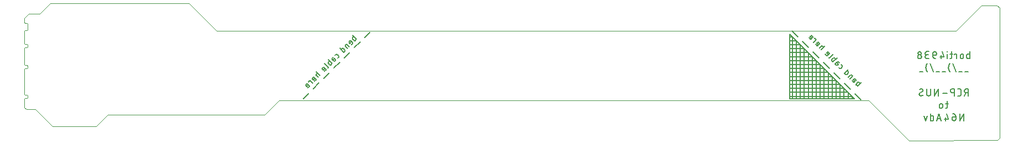
<source format=gbo>
G04 EAGLE Gerber X2 export*
%TF.Part,Single*%
%TF.FileFunction,Other,silk bottom*%
%TF.FilePolarity,Positive*%
%TF.GenerationSoftware,Autodesk,EAGLE,9.5.2*%
%TF.CreationDate,2020-03-15T17:58:39Z*%
G75*
%MOMM*%
%FSLAX34Y34*%
%LPD*%
%INsilk bottom*%
%AMOC8*
5,1,8,0,0,1.08239X$1,22.5*%
G01*
%ADD10C,0.000000*%
%ADD11C,0.152400*%
%ADD12C,0.203200*%


D10*
X0Y-23000D02*
X3000Y-26000D01*
X17000Y-26000D01*
X39750Y136500D02*
X252500Y136500D01*
X39750Y136500D02*
X23750Y120500D01*
X7000Y120500D01*
X0Y113500D01*
X0Y107500D01*
X0Y94000D02*
X0Y75000D01*
X1000Y74000D01*
X4000Y74000D01*
X5000Y73000D01*
X5000Y70000D02*
X4000Y69000D01*
X1000Y69000D01*
X0Y68000D01*
X5000Y70000D02*
X5000Y73000D01*
X0Y68000D02*
X0Y42500D01*
X1000Y41500D01*
X4000Y41500D01*
X5000Y40500D01*
X5000Y37500D02*
X4000Y36500D01*
X1000Y36500D01*
X0Y35500D01*
X5000Y37500D02*
X5000Y40500D01*
X0Y-10000D02*
X0Y-23000D01*
X0Y-3000D02*
X0Y35500D01*
X0Y-3000D02*
X1000Y-4000D01*
X4000Y-4000D02*
X5000Y-5000D01*
X4000Y-4000D02*
X1000Y-4000D01*
X5000Y-5000D02*
X5000Y-8000D01*
X4000Y-9000D01*
X1000Y-9000D01*
X0Y-10000D01*
X1000Y106500D02*
X0Y107500D01*
X1000Y106500D02*
X4000Y106500D01*
X5000Y105500D01*
X5000Y96000D01*
X4000Y95000D01*
X1000Y95000D01*
X0Y94000D01*
D11*
X502876Y87547D02*
X508982Y81440D01*
X507286Y79744D01*
X507286Y79743D02*
X507231Y79692D01*
X507174Y79643D01*
X507114Y79597D01*
X507052Y79554D01*
X506988Y79515D01*
X506921Y79479D01*
X506853Y79446D01*
X506784Y79418D01*
X506713Y79392D01*
X506640Y79371D01*
X506567Y79353D01*
X506493Y79340D01*
X506418Y79330D01*
X506343Y79324D01*
X506268Y79322D01*
X506193Y79324D01*
X506118Y79330D01*
X506043Y79340D01*
X505969Y79353D01*
X505896Y79371D01*
X505823Y79392D01*
X505752Y79418D01*
X505683Y79446D01*
X505615Y79479D01*
X505549Y79515D01*
X505484Y79554D01*
X505422Y79597D01*
X505362Y79643D01*
X505305Y79692D01*
X505251Y79743D01*
X505251Y79744D02*
X503215Y81779D01*
X503165Y81832D01*
X503118Y81888D01*
X503073Y81945D01*
X503031Y82005D01*
X502993Y82067D01*
X502958Y82131D01*
X502925Y82196D01*
X502897Y82263D01*
X502871Y82332D01*
X502850Y82401D01*
X502831Y82472D01*
X502817Y82543D01*
X502806Y82615D01*
X502798Y82688D01*
X502794Y82761D01*
X502794Y82833D01*
X502798Y82906D01*
X502806Y82979D01*
X502817Y83051D01*
X502831Y83122D01*
X502850Y83193D01*
X502871Y83262D01*
X502897Y83331D01*
X502925Y83398D01*
X502958Y83463D01*
X502993Y83527D01*
X503031Y83589D01*
X503073Y83649D01*
X503118Y83706D01*
X503165Y83762D01*
X503215Y83815D01*
X504911Y85511D01*
X502409Y74866D02*
X500713Y73170D01*
X502409Y74866D02*
X502459Y74919D01*
X502506Y74975D01*
X502551Y75032D01*
X502593Y75092D01*
X502631Y75154D01*
X502666Y75218D01*
X502699Y75283D01*
X502727Y75350D01*
X502753Y75419D01*
X502774Y75488D01*
X502793Y75559D01*
X502807Y75630D01*
X502818Y75702D01*
X502826Y75775D01*
X502830Y75848D01*
X502830Y75920D01*
X502826Y75993D01*
X502818Y76066D01*
X502807Y76138D01*
X502793Y76209D01*
X502774Y76280D01*
X502753Y76349D01*
X502727Y76418D01*
X502699Y76485D01*
X502666Y76550D01*
X502631Y76614D01*
X502593Y76676D01*
X502551Y76736D01*
X502506Y76793D01*
X502459Y76849D01*
X502409Y76902D01*
X500713Y78598D01*
X500650Y78658D01*
X500584Y78716D01*
X500516Y78770D01*
X500445Y78821D01*
X500372Y78869D01*
X500297Y78914D01*
X500219Y78955D01*
X500141Y78992D01*
X500060Y79026D01*
X499978Y79056D01*
X499895Y79083D01*
X499810Y79105D01*
X499725Y79124D01*
X499639Y79139D01*
X499552Y79150D01*
X499465Y79157D01*
X499378Y79160D01*
X499290Y79159D01*
X499203Y79154D01*
X499116Y79145D01*
X499030Y79132D01*
X498944Y79115D01*
X498859Y79095D01*
X498775Y79070D01*
X498693Y79042D01*
X498612Y79010D01*
X498532Y78974D01*
X498454Y78935D01*
X498378Y78892D01*
X498304Y78846D01*
X498232Y78796D01*
X498162Y78743D01*
X498095Y78687D01*
X498030Y78628D01*
X497969Y78567D01*
X497910Y78502D01*
X497854Y78435D01*
X497801Y78365D01*
X497751Y78293D01*
X497705Y78219D01*
X497662Y78143D01*
X497623Y78065D01*
X497587Y77985D01*
X497555Y77904D01*
X497527Y77822D01*
X497502Y77738D01*
X497482Y77653D01*
X497465Y77567D01*
X497452Y77481D01*
X497443Y77394D01*
X497438Y77307D01*
X497437Y77219D01*
X497440Y77132D01*
X497447Y77045D01*
X497458Y76958D01*
X497473Y76872D01*
X497492Y76787D01*
X497514Y76702D01*
X497541Y76619D01*
X497571Y76537D01*
X497605Y76457D01*
X497642Y76378D01*
X497683Y76300D01*
X497728Y76225D01*
X497776Y76152D01*
X497827Y76081D01*
X497881Y76013D01*
X497939Y75947D01*
X497999Y75884D01*
X498677Y75206D01*
X501391Y77920D01*
X497607Y70065D02*
X493536Y74136D01*
X491840Y72440D01*
X491789Y72385D01*
X491740Y72328D01*
X491694Y72268D01*
X491651Y72206D01*
X491612Y72142D01*
X491576Y72075D01*
X491543Y72007D01*
X491515Y71938D01*
X491489Y71867D01*
X491468Y71794D01*
X491450Y71721D01*
X491437Y71647D01*
X491427Y71572D01*
X491421Y71497D01*
X491419Y71422D01*
X491421Y71347D01*
X491427Y71272D01*
X491437Y71197D01*
X491450Y71123D01*
X491468Y71050D01*
X491489Y70977D01*
X491515Y70906D01*
X491543Y70837D01*
X491576Y70769D01*
X491612Y70703D01*
X491651Y70638D01*
X491694Y70576D01*
X491740Y70516D01*
X491789Y70459D01*
X491840Y70405D01*
X491840Y70404D02*
X494893Y67351D01*
X489122Y61580D02*
X483016Y67686D01*
X489122Y61580D02*
X490819Y63276D01*
X490869Y63329D01*
X490916Y63385D01*
X490961Y63442D01*
X491003Y63502D01*
X491041Y63564D01*
X491076Y63628D01*
X491109Y63693D01*
X491137Y63760D01*
X491163Y63829D01*
X491184Y63898D01*
X491203Y63969D01*
X491217Y64040D01*
X491228Y64112D01*
X491236Y64185D01*
X491240Y64258D01*
X491240Y64330D01*
X491236Y64403D01*
X491228Y64476D01*
X491217Y64548D01*
X491203Y64619D01*
X491184Y64690D01*
X491163Y64759D01*
X491137Y64828D01*
X491109Y64895D01*
X491076Y64960D01*
X491041Y65024D01*
X491003Y65086D01*
X490961Y65146D01*
X490916Y65203D01*
X490869Y65259D01*
X490819Y65312D01*
X490819Y65311D02*
X488783Y67347D01*
X488728Y67398D01*
X488671Y67447D01*
X488611Y67493D01*
X488549Y67536D01*
X488485Y67575D01*
X488418Y67611D01*
X488350Y67644D01*
X488281Y67672D01*
X488210Y67698D01*
X488137Y67719D01*
X488064Y67737D01*
X487990Y67750D01*
X487915Y67760D01*
X487840Y67766D01*
X487765Y67768D01*
X487690Y67766D01*
X487615Y67760D01*
X487540Y67750D01*
X487466Y67737D01*
X487393Y67719D01*
X487320Y67698D01*
X487249Y67672D01*
X487180Y67644D01*
X487112Y67611D01*
X487046Y67575D01*
X486981Y67536D01*
X486919Y67493D01*
X486859Y67447D01*
X486802Y67398D01*
X486747Y67347D01*
X485051Y65651D01*
X481492Y53950D02*
X480135Y52593D01*
X481493Y53949D02*
X481543Y54002D01*
X481590Y54058D01*
X481635Y54115D01*
X481677Y54175D01*
X481715Y54237D01*
X481750Y54301D01*
X481783Y54366D01*
X481811Y54433D01*
X481837Y54502D01*
X481858Y54571D01*
X481877Y54642D01*
X481891Y54713D01*
X481902Y54785D01*
X481910Y54858D01*
X481914Y54931D01*
X481914Y55003D01*
X481910Y55076D01*
X481902Y55149D01*
X481891Y55221D01*
X481877Y55292D01*
X481858Y55363D01*
X481837Y55432D01*
X481811Y55501D01*
X481783Y55568D01*
X481750Y55633D01*
X481715Y55697D01*
X481677Y55759D01*
X481635Y55819D01*
X481590Y55876D01*
X481543Y55932D01*
X481493Y55985D01*
X481492Y55985D02*
X479457Y58021D01*
X479402Y58072D01*
X479345Y58121D01*
X479285Y58167D01*
X479223Y58210D01*
X479159Y58249D01*
X479092Y58285D01*
X479024Y58318D01*
X478955Y58346D01*
X478884Y58372D01*
X478811Y58393D01*
X478738Y58411D01*
X478664Y58424D01*
X478589Y58434D01*
X478514Y58440D01*
X478439Y58442D01*
X478364Y58440D01*
X478289Y58434D01*
X478214Y58424D01*
X478140Y58411D01*
X478067Y58393D01*
X477994Y58372D01*
X477923Y58346D01*
X477854Y58318D01*
X477786Y58285D01*
X477720Y58249D01*
X477655Y58210D01*
X477593Y58167D01*
X477533Y58121D01*
X477476Y58072D01*
X477421Y58021D01*
X476064Y56664D01*
X474050Y51256D02*
X472523Y49730D01*
X474050Y51256D02*
X474108Y51312D01*
X474170Y51365D01*
X474234Y51415D01*
X474300Y51462D01*
X474368Y51506D01*
X474439Y51546D01*
X474511Y51583D01*
X474585Y51616D01*
X474661Y51646D01*
X474737Y51672D01*
X474816Y51694D01*
X474895Y51713D01*
X474974Y51727D01*
X475055Y51738D01*
X475136Y51745D01*
X475217Y51748D01*
X475298Y51747D01*
X475379Y51742D01*
X475459Y51733D01*
X475540Y51720D01*
X475619Y51704D01*
X475698Y51684D01*
X475775Y51659D01*
X475851Y51632D01*
X475926Y51600D01*
X475999Y51565D01*
X476071Y51526D01*
X476140Y51484D01*
X476207Y51439D01*
X476272Y51391D01*
X476335Y51339D01*
X476395Y51285D01*
X476453Y51227D01*
X476507Y51167D01*
X476559Y51104D01*
X476607Y51039D01*
X476652Y50972D01*
X476694Y50903D01*
X476733Y50831D01*
X476768Y50758D01*
X476800Y50683D01*
X476827Y50607D01*
X476852Y50530D01*
X476872Y50451D01*
X476888Y50372D01*
X476901Y50291D01*
X476910Y50211D01*
X476915Y50130D01*
X476916Y50049D01*
X476913Y49968D01*
X476906Y49887D01*
X476895Y49806D01*
X476881Y49727D01*
X476862Y49648D01*
X476840Y49569D01*
X476814Y49493D01*
X476784Y49417D01*
X476751Y49343D01*
X476714Y49271D01*
X476674Y49200D01*
X476630Y49132D01*
X476583Y49066D01*
X476533Y49002D01*
X476480Y48940D01*
X476424Y48882D01*
X474898Y47355D01*
X471844Y50408D01*
X471794Y50461D01*
X471747Y50517D01*
X471702Y50574D01*
X471660Y50634D01*
X471622Y50696D01*
X471587Y50760D01*
X471554Y50825D01*
X471526Y50892D01*
X471500Y50961D01*
X471479Y51030D01*
X471460Y51101D01*
X471446Y51172D01*
X471435Y51244D01*
X471427Y51317D01*
X471423Y51390D01*
X471423Y51462D01*
X471427Y51535D01*
X471435Y51608D01*
X471446Y51680D01*
X471460Y51751D01*
X471479Y51822D01*
X471500Y51891D01*
X471526Y51960D01*
X471554Y52027D01*
X471587Y52092D01*
X471622Y52156D01*
X471660Y52218D01*
X471702Y52278D01*
X471747Y52335D01*
X471794Y52391D01*
X471845Y52444D01*
X471844Y52444D02*
X473201Y53801D01*
X465375Y50045D02*
X471481Y43938D01*
X469785Y42242D01*
X469730Y42191D01*
X469673Y42142D01*
X469613Y42096D01*
X469551Y42053D01*
X469487Y42014D01*
X469420Y41978D01*
X469352Y41945D01*
X469283Y41917D01*
X469212Y41891D01*
X469139Y41870D01*
X469066Y41852D01*
X468992Y41839D01*
X468917Y41829D01*
X468842Y41823D01*
X468767Y41821D01*
X468692Y41823D01*
X468617Y41829D01*
X468542Y41839D01*
X468468Y41852D01*
X468395Y41870D01*
X468322Y41891D01*
X468251Y41917D01*
X468182Y41945D01*
X468114Y41978D01*
X468048Y42014D01*
X467983Y42053D01*
X467921Y42096D01*
X467861Y42142D01*
X467804Y42191D01*
X467750Y42242D01*
X465714Y44278D01*
X465714Y44277D02*
X465664Y44330D01*
X465617Y44386D01*
X465572Y44443D01*
X465530Y44503D01*
X465492Y44565D01*
X465457Y44629D01*
X465424Y44694D01*
X465396Y44761D01*
X465370Y44830D01*
X465349Y44899D01*
X465330Y44970D01*
X465316Y45041D01*
X465305Y45113D01*
X465297Y45186D01*
X465293Y45259D01*
X465293Y45331D01*
X465297Y45404D01*
X465305Y45477D01*
X465316Y45549D01*
X465330Y45620D01*
X465349Y45691D01*
X465370Y45760D01*
X465396Y45829D01*
X465424Y45896D01*
X465457Y45961D01*
X465492Y46025D01*
X465530Y46087D01*
X465572Y46147D01*
X465617Y46204D01*
X465664Y46260D01*
X465714Y46313D01*
X467410Y48010D01*
X459792Y44462D02*
X464881Y39373D01*
X464932Y39318D01*
X464981Y39261D01*
X465027Y39201D01*
X465070Y39139D01*
X465109Y39075D01*
X465145Y39008D01*
X465178Y38940D01*
X465206Y38871D01*
X465232Y38800D01*
X465253Y38727D01*
X465271Y38654D01*
X465284Y38580D01*
X465294Y38505D01*
X465300Y38430D01*
X465302Y38355D01*
X465300Y38280D01*
X465294Y38205D01*
X465284Y38130D01*
X465271Y38056D01*
X465253Y37983D01*
X465232Y37910D01*
X465206Y37839D01*
X465178Y37770D01*
X465145Y37702D01*
X465109Y37636D01*
X465070Y37571D01*
X465027Y37509D01*
X464981Y37449D01*
X464932Y37392D01*
X464881Y37337D01*
X461460Y33917D02*
X459763Y32220D01*
X461460Y33916D02*
X461510Y33969D01*
X461557Y34025D01*
X461602Y34082D01*
X461644Y34142D01*
X461682Y34204D01*
X461717Y34268D01*
X461750Y34333D01*
X461778Y34400D01*
X461804Y34469D01*
X461825Y34538D01*
X461844Y34609D01*
X461858Y34680D01*
X461869Y34752D01*
X461877Y34825D01*
X461881Y34898D01*
X461881Y34970D01*
X461877Y35043D01*
X461869Y35116D01*
X461858Y35188D01*
X461844Y35259D01*
X461825Y35330D01*
X461804Y35399D01*
X461778Y35468D01*
X461750Y35535D01*
X461717Y35600D01*
X461682Y35664D01*
X461644Y35726D01*
X461602Y35786D01*
X461557Y35843D01*
X461510Y35899D01*
X461460Y35952D01*
X459763Y37648D01*
X459700Y37708D01*
X459634Y37766D01*
X459566Y37820D01*
X459495Y37871D01*
X459422Y37919D01*
X459347Y37964D01*
X459269Y38005D01*
X459191Y38042D01*
X459110Y38076D01*
X459028Y38106D01*
X458945Y38133D01*
X458860Y38155D01*
X458775Y38174D01*
X458689Y38189D01*
X458602Y38200D01*
X458515Y38207D01*
X458428Y38210D01*
X458340Y38209D01*
X458253Y38204D01*
X458166Y38195D01*
X458080Y38182D01*
X457994Y38165D01*
X457909Y38145D01*
X457825Y38120D01*
X457743Y38092D01*
X457662Y38060D01*
X457582Y38024D01*
X457504Y37985D01*
X457428Y37942D01*
X457354Y37896D01*
X457282Y37846D01*
X457212Y37793D01*
X457145Y37737D01*
X457080Y37678D01*
X457019Y37617D01*
X456960Y37552D01*
X456904Y37485D01*
X456851Y37415D01*
X456801Y37343D01*
X456755Y37269D01*
X456712Y37193D01*
X456673Y37115D01*
X456637Y37035D01*
X456605Y36954D01*
X456577Y36872D01*
X456552Y36788D01*
X456532Y36703D01*
X456515Y36617D01*
X456502Y36531D01*
X456493Y36444D01*
X456488Y36357D01*
X456487Y36269D01*
X456490Y36182D01*
X456497Y36095D01*
X456508Y36008D01*
X456523Y35922D01*
X456542Y35837D01*
X456564Y35752D01*
X456591Y35669D01*
X456621Y35587D01*
X456655Y35507D01*
X456692Y35428D01*
X456733Y35350D01*
X456778Y35275D01*
X456826Y35202D01*
X456877Y35131D01*
X456931Y35063D01*
X456989Y34997D01*
X457049Y34934D01*
X457728Y34256D01*
X460442Y36970D01*
X453210Y25667D02*
X447103Y31773D01*
X449139Y29738D02*
X447442Y28041D01*
X447442Y28042D02*
X447391Y27987D01*
X447342Y27930D01*
X447296Y27870D01*
X447253Y27808D01*
X447214Y27744D01*
X447178Y27677D01*
X447145Y27609D01*
X447117Y27540D01*
X447091Y27469D01*
X447070Y27396D01*
X447052Y27323D01*
X447039Y27249D01*
X447029Y27174D01*
X447023Y27099D01*
X447021Y27024D01*
X447023Y26949D01*
X447029Y26874D01*
X447039Y26799D01*
X447052Y26725D01*
X447070Y26652D01*
X447091Y26579D01*
X447117Y26508D01*
X447145Y26439D01*
X447178Y26371D01*
X447214Y26305D01*
X447253Y26240D01*
X447296Y26178D01*
X447342Y26118D01*
X447391Y26061D01*
X447442Y26007D01*
X447442Y26006D02*
X450496Y22953D01*
X446373Y18830D02*
X444677Y17133D01*
X446373Y18829D02*
X446423Y18882D01*
X446470Y18938D01*
X446515Y18995D01*
X446557Y19055D01*
X446595Y19117D01*
X446630Y19181D01*
X446663Y19246D01*
X446691Y19313D01*
X446717Y19382D01*
X446738Y19451D01*
X446757Y19522D01*
X446771Y19593D01*
X446782Y19665D01*
X446790Y19738D01*
X446794Y19811D01*
X446794Y19883D01*
X446790Y19956D01*
X446782Y20029D01*
X446771Y20101D01*
X446757Y20172D01*
X446738Y20243D01*
X446717Y20312D01*
X446691Y20381D01*
X446663Y20448D01*
X446630Y20513D01*
X446595Y20577D01*
X446557Y20639D01*
X446515Y20699D01*
X446470Y20756D01*
X446423Y20812D01*
X446373Y20865D01*
X444677Y22561D01*
X444614Y22621D01*
X444548Y22679D01*
X444480Y22733D01*
X444409Y22784D01*
X444336Y22832D01*
X444261Y22877D01*
X444183Y22918D01*
X444105Y22955D01*
X444024Y22989D01*
X443942Y23019D01*
X443859Y23046D01*
X443774Y23068D01*
X443689Y23087D01*
X443603Y23102D01*
X443516Y23113D01*
X443429Y23120D01*
X443342Y23123D01*
X443254Y23122D01*
X443167Y23117D01*
X443080Y23108D01*
X442994Y23095D01*
X442908Y23078D01*
X442823Y23058D01*
X442739Y23033D01*
X442657Y23005D01*
X442576Y22973D01*
X442496Y22937D01*
X442418Y22898D01*
X442342Y22855D01*
X442268Y22809D01*
X442196Y22759D01*
X442126Y22706D01*
X442059Y22650D01*
X441994Y22591D01*
X441933Y22530D01*
X441874Y22465D01*
X441818Y22398D01*
X441765Y22328D01*
X441715Y22256D01*
X441669Y22182D01*
X441626Y22106D01*
X441587Y22028D01*
X441551Y21948D01*
X441519Y21867D01*
X441491Y21785D01*
X441466Y21701D01*
X441446Y21616D01*
X441429Y21530D01*
X441416Y21444D01*
X441407Y21357D01*
X441402Y21270D01*
X441401Y21182D01*
X441404Y21095D01*
X441411Y21008D01*
X441422Y20921D01*
X441437Y20835D01*
X441456Y20750D01*
X441478Y20665D01*
X441505Y20582D01*
X441535Y20500D01*
X441569Y20420D01*
X441606Y20341D01*
X441647Y20263D01*
X441692Y20188D01*
X441740Y20115D01*
X441791Y20044D01*
X441845Y19976D01*
X441903Y19910D01*
X441963Y19847D01*
X442641Y19169D01*
X445355Y21883D01*
X441517Y13974D02*
X437446Y18045D01*
X435411Y16010D01*
X436089Y15331D01*
X436243Y8700D02*
X434547Y7004D01*
X436244Y8700D02*
X436294Y8753D01*
X436341Y8809D01*
X436386Y8866D01*
X436428Y8926D01*
X436466Y8988D01*
X436501Y9052D01*
X436534Y9117D01*
X436562Y9184D01*
X436588Y9253D01*
X436609Y9322D01*
X436628Y9393D01*
X436642Y9464D01*
X436653Y9536D01*
X436661Y9609D01*
X436665Y9682D01*
X436665Y9754D01*
X436661Y9827D01*
X436653Y9900D01*
X436642Y9972D01*
X436628Y10043D01*
X436609Y10114D01*
X436588Y10183D01*
X436562Y10252D01*
X436534Y10319D01*
X436501Y10384D01*
X436466Y10448D01*
X436428Y10510D01*
X436386Y10570D01*
X436341Y10627D01*
X436294Y10683D01*
X436244Y10736D01*
X436243Y10735D02*
X434547Y12432D01*
X434485Y12491D01*
X434420Y12548D01*
X434353Y12602D01*
X434283Y12652D01*
X434211Y12700D01*
X434137Y12744D01*
X434061Y12785D01*
X433984Y12822D01*
X433904Y12856D01*
X433824Y12886D01*
X433742Y12913D01*
X433659Y12936D01*
X433575Y12955D01*
X433490Y12970D01*
X433405Y12982D01*
X433319Y12990D01*
X433233Y12994D01*
X433147Y12994D01*
X433061Y12990D01*
X432975Y12982D01*
X432890Y12970D01*
X432805Y12955D01*
X432721Y12936D01*
X432638Y12913D01*
X432556Y12886D01*
X432476Y12856D01*
X432396Y12822D01*
X432319Y12785D01*
X432243Y12744D01*
X432169Y12700D01*
X432097Y12652D01*
X432027Y12602D01*
X431960Y12548D01*
X431895Y12491D01*
X431833Y12432D01*
X431774Y12370D01*
X431717Y12305D01*
X431663Y12238D01*
X431613Y12168D01*
X431565Y12096D01*
X431521Y12022D01*
X431480Y11946D01*
X431443Y11869D01*
X431409Y11789D01*
X431379Y11709D01*
X431352Y11627D01*
X431329Y11544D01*
X431310Y11460D01*
X431295Y11375D01*
X431283Y11290D01*
X431275Y11204D01*
X431271Y11118D01*
X431271Y11032D01*
X431275Y10946D01*
X431283Y10860D01*
X431295Y10775D01*
X431310Y10690D01*
X431329Y10606D01*
X431352Y10523D01*
X431379Y10441D01*
X431409Y10361D01*
X431443Y10281D01*
X431480Y10204D01*
X431521Y10128D01*
X431565Y10054D01*
X431613Y9982D01*
X431663Y9912D01*
X431717Y9845D01*
X431774Y9780D01*
X431833Y9718D01*
X432511Y9039D01*
X435225Y11753D01*
D10*
X294500Y94500D02*
X252500Y136500D01*
X294500Y94500D02*
X1427610Y94500D01*
X1466610Y133500D01*
X1490010Y133500D01*
X1494000Y129500D01*
X1494000Y-70000D01*
X1490500Y-73500D01*
X1355000Y-74000D01*
X1293500Y-12500D01*
X390500Y-12000D01*
X368000Y-34500D01*
X128000Y-34500D01*
X110000Y-52500D01*
X43500Y-52500D01*
X17000Y-26000D01*
D11*
X521484Y84284D02*
X530120Y92920D01*
X514413Y77213D02*
X505776Y68576D01*
X498705Y61505D02*
X490069Y52869D01*
X482998Y45798D02*
X474362Y37162D01*
X467291Y30091D02*
X458655Y21455D01*
X451584Y14384D02*
X442947Y5747D01*
X435876Y-1324D02*
X427240Y-9960D01*
X1272701Y-2171D02*
X1281700Y-11170D01*
X1265630Y4900D02*
X1256631Y13899D01*
X1249560Y20970D02*
X1240561Y29969D01*
X1233490Y37040D02*
X1224490Y46040D01*
X1217419Y53111D02*
X1208420Y62110D01*
X1201349Y69181D02*
X1192350Y78180D01*
X1185279Y85251D02*
X1176280Y94250D01*
X1172270Y-10160D02*
X1271330Y-10160D01*
X1172270Y-10160D02*
X1172270Y88900D01*
X1271330Y-10160D01*
X1267266Y-6096D02*
X1172270Y-6096D01*
X1172270Y0D02*
X1261170Y0D01*
X1255074Y6096D02*
X1172270Y6096D01*
X1172270Y12192D02*
X1248978Y12192D01*
X1242882Y18288D02*
X1172270Y18288D01*
X1172270Y24384D02*
X1236786Y24384D01*
X1230690Y30480D02*
X1172270Y30480D01*
X1172270Y36576D02*
X1224594Y36576D01*
X1218498Y42672D02*
X1172270Y42672D01*
X1172270Y48768D02*
X1212402Y48768D01*
X1206306Y54864D02*
X1172270Y54864D01*
X1172270Y60960D02*
X1200210Y60960D01*
X1194114Y67056D02*
X1172270Y67056D01*
X1172270Y73152D02*
X1188018Y73152D01*
X1181922Y79248D02*
X1172270Y79248D01*
X1172270Y85344D02*
X1175826Y85344D01*
X1176528Y84642D02*
X1176528Y-10160D01*
X1182624Y-10160D02*
X1182624Y78546D01*
X1188720Y72450D02*
X1188720Y-10160D01*
X1194816Y-10160D02*
X1194816Y66354D01*
X1200912Y60258D02*
X1200912Y-10160D01*
X1207008Y-10160D02*
X1207008Y54162D01*
X1213104Y48066D02*
X1213104Y-10160D01*
X1219200Y-10160D02*
X1219200Y41970D01*
X1225296Y35874D02*
X1225296Y-10160D01*
X1231392Y-10160D02*
X1231392Y29778D01*
X1237488Y23682D02*
X1237488Y-10160D01*
X1243584Y-10160D02*
X1243584Y17586D01*
X1249680Y11490D02*
X1249680Y-10160D01*
X1255776Y-10160D02*
X1255776Y5394D01*
X1261872Y-702D02*
X1261872Y-10160D01*
X1267968Y-10160D02*
X1267968Y-6798D01*
X1276340Y9418D02*
X1282447Y15524D01*
X1276340Y9418D02*
X1274644Y11114D01*
X1274593Y11169D01*
X1274544Y11226D01*
X1274498Y11286D01*
X1274455Y11348D01*
X1274416Y11412D01*
X1274380Y11479D01*
X1274347Y11547D01*
X1274319Y11616D01*
X1274293Y11687D01*
X1274272Y11760D01*
X1274254Y11833D01*
X1274241Y11907D01*
X1274231Y11982D01*
X1274225Y12057D01*
X1274223Y12132D01*
X1274225Y12207D01*
X1274231Y12282D01*
X1274241Y12357D01*
X1274254Y12431D01*
X1274272Y12504D01*
X1274293Y12577D01*
X1274319Y12648D01*
X1274347Y12717D01*
X1274380Y12785D01*
X1274416Y12851D01*
X1274455Y12916D01*
X1274498Y12978D01*
X1274544Y13038D01*
X1274593Y13095D01*
X1274644Y13149D01*
X1276679Y15185D01*
X1276732Y15235D01*
X1276788Y15282D01*
X1276845Y15327D01*
X1276905Y15369D01*
X1276967Y15407D01*
X1277031Y15442D01*
X1277096Y15475D01*
X1277163Y15503D01*
X1277232Y15529D01*
X1277301Y15550D01*
X1277372Y15569D01*
X1277443Y15583D01*
X1277515Y15594D01*
X1277588Y15602D01*
X1277661Y15606D01*
X1277733Y15606D01*
X1277806Y15602D01*
X1277879Y15594D01*
X1277951Y15583D01*
X1278022Y15569D01*
X1278093Y15550D01*
X1278162Y15529D01*
X1278231Y15503D01*
X1278298Y15475D01*
X1278363Y15442D01*
X1278427Y15407D01*
X1278489Y15369D01*
X1278549Y15327D01*
X1278606Y15282D01*
X1278662Y15235D01*
X1278715Y15185D01*
X1280411Y13489D01*
X1269767Y15991D02*
X1268070Y17687D01*
X1269766Y15991D02*
X1269819Y15941D01*
X1269875Y15894D01*
X1269932Y15849D01*
X1269992Y15807D01*
X1270054Y15769D01*
X1270118Y15734D01*
X1270183Y15701D01*
X1270250Y15673D01*
X1270319Y15647D01*
X1270388Y15626D01*
X1270459Y15607D01*
X1270530Y15593D01*
X1270602Y15582D01*
X1270675Y15574D01*
X1270748Y15570D01*
X1270820Y15570D01*
X1270893Y15574D01*
X1270966Y15582D01*
X1271038Y15593D01*
X1271109Y15607D01*
X1271180Y15626D01*
X1271249Y15647D01*
X1271318Y15673D01*
X1271385Y15701D01*
X1271450Y15734D01*
X1271514Y15769D01*
X1271576Y15807D01*
X1271636Y15849D01*
X1271693Y15894D01*
X1271749Y15941D01*
X1271802Y15991D01*
X1273498Y17687D01*
X1273557Y17749D01*
X1273614Y17814D01*
X1273668Y17881D01*
X1273718Y17951D01*
X1273766Y18023D01*
X1273810Y18097D01*
X1273851Y18173D01*
X1273888Y18250D01*
X1273922Y18330D01*
X1273952Y18410D01*
X1273979Y18492D01*
X1274002Y18575D01*
X1274021Y18659D01*
X1274036Y18744D01*
X1274048Y18829D01*
X1274056Y18915D01*
X1274060Y19001D01*
X1274060Y19087D01*
X1274056Y19173D01*
X1274048Y19259D01*
X1274036Y19344D01*
X1274021Y19429D01*
X1274002Y19513D01*
X1273979Y19596D01*
X1273952Y19678D01*
X1273922Y19758D01*
X1273888Y19838D01*
X1273851Y19915D01*
X1273810Y19991D01*
X1273766Y20065D01*
X1273718Y20137D01*
X1273668Y20207D01*
X1273614Y20274D01*
X1273557Y20339D01*
X1273498Y20401D01*
X1273436Y20460D01*
X1273371Y20517D01*
X1273304Y20571D01*
X1273234Y20621D01*
X1273162Y20669D01*
X1273088Y20713D01*
X1273012Y20754D01*
X1272935Y20791D01*
X1272855Y20825D01*
X1272775Y20855D01*
X1272693Y20882D01*
X1272610Y20905D01*
X1272526Y20924D01*
X1272441Y20939D01*
X1272356Y20951D01*
X1272270Y20959D01*
X1272184Y20963D01*
X1272098Y20963D01*
X1272012Y20959D01*
X1271926Y20951D01*
X1271841Y20939D01*
X1271756Y20924D01*
X1271672Y20905D01*
X1271589Y20882D01*
X1271507Y20855D01*
X1271427Y20825D01*
X1271347Y20791D01*
X1271270Y20754D01*
X1271194Y20713D01*
X1271120Y20669D01*
X1271048Y20621D01*
X1270978Y20571D01*
X1270911Y20517D01*
X1270846Y20460D01*
X1270784Y20401D01*
X1270106Y19723D01*
X1272820Y17009D01*
X1264965Y20793D02*
X1269036Y24864D01*
X1267340Y26560D01*
X1267285Y26611D01*
X1267228Y26660D01*
X1267168Y26706D01*
X1267106Y26749D01*
X1267042Y26788D01*
X1266975Y26824D01*
X1266907Y26857D01*
X1266838Y26885D01*
X1266767Y26911D01*
X1266694Y26932D01*
X1266621Y26950D01*
X1266547Y26963D01*
X1266472Y26973D01*
X1266397Y26979D01*
X1266322Y26981D01*
X1266247Y26979D01*
X1266172Y26973D01*
X1266097Y26963D01*
X1266023Y26950D01*
X1265950Y26932D01*
X1265877Y26911D01*
X1265806Y26885D01*
X1265737Y26857D01*
X1265669Y26824D01*
X1265603Y26788D01*
X1265538Y26749D01*
X1265476Y26706D01*
X1265416Y26660D01*
X1265359Y26611D01*
X1265305Y26560D01*
X1265304Y26560D02*
X1262251Y23507D01*
X1256480Y29278D02*
X1262586Y35384D01*
X1256480Y29278D02*
X1258176Y27582D01*
X1258176Y27581D02*
X1258229Y27531D01*
X1258285Y27484D01*
X1258342Y27439D01*
X1258402Y27397D01*
X1258464Y27359D01*
X1258528Y27324D01*
X1258593Y27291D01*
X1258660Y27263D01*
X1258729Y27237D01*
X1258798Y27216D01*
X1258869Y27197D01*
X1258940Y27183D01*
X1259012Y27172D01*
X1259085Y27164D01*
X1259158Y27160D01*
X1259230Y27160D01*
X1259303Y27164D01*
X1259376Y27172D01*
X1259448Y27183D01*
X1259519Y27197D01*
X1259590Y27216D01*
X1259659Y27237D01*
X1259728Y27263D01*
X1259795Y27291D01*
X1259860Y27324D01*
X1259924Y27359D01*
X1259986Y27397D01*
X1260046Y27439D01*
X1260103Y27484D01*
X1260159Y27531D01*
X1260212Y27581D01*
X1260212Y27582D02*
X1262247Y29617D01*
X1262298Y29672D01*
X1262347Y29729D01*
X1262393Y29789D01*
X1262436Y29851D01*
X1262475Y29916D01*
X1262511Y29982D01*
X1262544Y30050D01*
X1262572Y30119D01*
X1262598Y30190D01*
X1262619Y30263D01*
X1262637Y30336D01*
X1262650Y30410D01*
X1262660Y30485D01*
X1262666Y30560D01*
X1262668Y30635D01*
X1262666Y30710D01*
X1262660Y30785D01*
X1262650Y30860D01*
X1262637Y30934D01*
X1262619Y31007D01*
X1262598Y31080D01*
X1262572Y31151D01*
X1262544Y31220D01*
X1262511Y31288D01*
X1262475Y31355D01*
X1262436Y31419D01*
X1262393Y31481D01*
X1262347Y31541D01*
X1262298Y31598D01*
X1262247Y31653D01*
X1260551Y33349D01*
X1248850Y36908D02*
X1247493Y38265D01*
X1248850Y36907D02*
X1248903Y36857D01*
X1248959Y36810D01*
X1249016Y36765D01*
X1249076Y36723D01*
X1249138Y36685D01*
X1249202Y36650D01*
X1249267Y36617D01*
X1249334Y36589D01*
X1249403Y36563D01*
X1249472Y36542D01*
X1249543Y36523D01*
X1249614Y36509D01*
X1249686Y36498D01*
X1249759Y36490D01*
X1249832Y36486D01*
X1249904Y36486D01*
X1249977Y36490D01*
X1250050Y36498D01*
X1250122Y36509D01*
X1250193Y36523D01*
X1250264Y36542D01*
X1250333Y36563D01*
X1250402Y36589D01*
X1250469Y36617D01*
X1250534Y36650D01*
X1250598Y36685D01*
X1250660Y36723D01*
X1250720Y36765D01*
X1250777Y36810D01*
X1250833Y36857D01*
X1250886Y36907D01*
X1250885Y36908D02*
X1252921Y38943D01*
X1252972Y38998D01*
X1253021Y39055D01*
X1253067Y39115D01*
X1253110Y39177D01*
X1253149Y39242D01*
X1253185Y39308D01*
X1253218Y39376D01*
X1253246Y39445D01*
X1253272Y39516D01*
X1253293Y39589D01*
X1253311Y39662D01*
X1253324Y39736D01*
X1253334Y39811D01*
X1253340Y39886D01*
X1253342Y39961D01*
X1253340Y40036D01*
X1253334Y40111D01*
X1253324Y40186D01*
X1253311Y40260D01*
X1253293Y40333D01*
X1253272Y40406D01*
X1253246Y40477D01*
X1253218Y40546D01*
X1253185Y40614D01*
X1253149Y40681D01*
X1253110Y40745D01*
X1253067Y40807D01*
X1253021Y40867D01*
X1252972Y40924D01*
X1252921Y40979D01*
X1251564Y42336D01*
X1246157Y44350D02*
X1244630Y45877D01*
X1246156Y44350D02*
X1246212Y44291D01*
X1246265Y44230D01*
X1246315Y44166D01*
X1246362Y44100D01*
X1246406Y44032D01*
X1246446Y43961D01*
X1246483Y43889D01*
X1246516Y43815D01*
X1246546Y43739D01*
X1246572Y43663D01*
X1246594Y43584D01*
X1246613Y43505D01*
X1246627Y43426D01*
X1246638Y43345D01*
X1246645Y43264D01*
X1246648Y43183D01*
X1246647Y43102D01*
X1246642Y43021D01*
X1246633Y42940D01*
X1246620Y42860D01*
X1246604Y42781D01*
X1246584Y42702D01*
X1246559Y42625D01*
X1246532Y42549D01*
X1246500Y42474D01*
X1246465Y42401D01*
X1246426Y42329D01*
X1246384Y42260D01*
X1246339Y42193D01*
X1246291Y42128D01*
X1246239Y42065D01*
X1246185Y42005D01*
X1246127Y41947D01*
X1246067Y41893D01*
X1246004Y41841D01*
X1245939Y41793D01*
X1245872Y41748D01*
X1245803Y41706D01*
X1245731Y41667D01*
X1245658Y41632D01*
X1245583Y41600D01*
X1245507Y41573D01*
X1245430Y41548D01*
X1245351Y41528D01*
X1245272Y41512D01*
X1245192Y41499D01*
X1245111Y41490D01*
X1245030Y41485D01*
X1244949Y41484D01*
X1244868Y41487D01*
X1244787Y41494D01*
X1244706Y41505D01*
X1244627Y41519D01*
X1244548Y41538D01*
X1244469Y41560D01*
X1244393Y41586D01*
X1244317Y41616D01*
X1244243Y41649D01*
X1244171Y41686D01*
X1244100Y41726D01*
X1244032Y41770D01*
X1243966Y41817D01*
X1243902Y41867D01*
X1243841Y41920D01*
X1243782Y41976D01*
X1242255Y43502D01*
X1245309Y46556D01*
X1245308Y46556D02*
X1245361Y46606D01*
X1245417Y46653D01*
X1245474Y46698D01*
X1245534Y46740D01*
X1245596Y46778D01*
X1245660Y46813D01*
X1245725Y46846D01*
X1245792Y46874D01*
X1245861Y46900D01*
X1245930Y46921D01*
X1246001Y46940D01*
X1246072Y46954D01*
X1246144Y46965D01*
X1246217Y46973D01*
X1246290Y46977D01*
X1246362Y46977D01*
X1246435Y46973D01*
X1246508Y46965D01*
X1246580Y46954D01*
X1246651Y46940D01*
X1246722Y46921D01*
X1246791Y46900D01*
X1246860Y46874D01*
X1246927Y46846D01*
X1246992Y46813D01*
X1247056Y46778D01*
X1247118Y46740D01*
X1247178Y46698D01*
X1247235Y46653D01*
X1247291Y46606D01*
X1247344Y46555D01*
X1247344Y46556D02*
X1248701Y45199D01*
X1244946Y53025D02*
X1238839Y46919D01*
X1237143Y48615D01*
X1237092Y48670D01*
X1237043Y48727D01*
X1236997Y48787D01*
X1236954Y48849D01*
X1236915Y48913D01*
X1236879Y48980D01*
X1236846Y49048D01*
X1236818Y49117D01*
X1236792Y49188D01*
X1236771Y49261D01*
X1236753Y49334D01*
X1236740Y49408D01*
X1236730Y49483D01*
X1236724Y49558D01*
X1236722Y49633D01*
X1236724Y49708D01*
X1236730Y49783D01*
X1236740Y49858D01*
X1236753Y49932D01*
X1236771Y50005D01*
X1236792Y50078D01*
X1236818Y50149D01*
X1236846Y50218D01*
X1236879Y50286D01*
X1236915Y50352D01*
X1236954Y50417D01*
X1236997Y50479D01*
X1237043Y50539D01*
X1237092Y50596D01*
X1237143Y50650D01*
X1239178Y52686D01*
X1239231Y52736D01*
X1239287Y52783D01*
X1239344Y52828D01*
X1239404Y52870D01*
X1239466Y52908D01*
X1239530Y52943D01*
X1239595Y52976D01*
X1239662Y53004D01*
X1239731Y53030D01*
X1239800Y53051D01*
X1239871Y53070D01*
X1239942Y53084D01*
X1240014Y53095D01*
X1240087Y53103D01*
X1240160Y53107D01*
X1240232Y53107D01*
X1240305Y53103D01*
X1240378Y53095D01*
X1240450Y53084D01*
X1240521Y53070D01*
X1240592Y53051D01*
X1240661Y53030D01*
X1240730Y53004D01*
X1240797Y52976D01*
X1240862Y52943D01*
X1240926Y52908D01*
X1240988Y52870D01*
X1241048Y52828D01*
X1241105Y52783D01*
X1241161Y52736D01*
X1241214Y52686D01*
X1242910Y50990D01*
X1239363Y58608D02*
X1234274Y53519D01*
X1234219Y53468D01*
X1234162Y53419D01*
X1234102Y53373D01*
X1234040Y53330D01*
X1233976Y53291D01*
X1233909Y53255D01*
X1233841Y53222D01*
X1233772Y53194D01*
X1233701Y53168D01*
X1233628Y53147D01*
X1233555Y53129D01*
X1233481Y53116D01*
X1233406Y53106D01*
X1233331Y53100D01*
X1233256Y53098D01*
X1233181Y53100D01*
X1233106Y53106D01*
X1233031Y53116D01*
X1232957Y53129D01*
X1232884Y53147D01*
X1232811Y53168D01*
X1232740Y53194D01*
X1232671Y53222D01*
X1232603Y53255D01*
X1232537Y53291D01*
X1232472Y53330D01*
X1232410Y53373D01*
X1232350Y53419D01*
X1232293Y53468D01*
X1232238Y53519D01*
X1228817Y56941D02*
X1227121Y58637D01*
X1228817Y56940D02*
X1228870Y56890D01*
X1228926Y56843D01*
X1228983Y56798D01*
X1229043Y56756D01*
X1229105Y56718D01*
X1229169Y56683D01*
X1229234Y56650D01*
X1229301Y56622D01*
X1229370Y56596D01*
X1229439Y56575D01*
X1229510Y56556D01*
X1229581Y56542D01*
X1229653Y56531D01*
X1229726Y56523D01*
X1229799Y56519D01*
X1229871Y56519D01*
X1229944Y56523D01*
X1230017Y56531D01*
X1230089Y56542D01*
X1230160Y56556D01*
X1230231Y56575D01*
X1230300Y56596D01*
X1230369Y56622D01*
X1230436Y56650D01*
X1230501Y56683D01*
X1230565Y56718D01*
X1230627Y56756D01*
X1230687Y56798D01*
X1230744Y56843D01*
X1230800Y56890D01*
X1230853Y56940D01*
X1230853Y56941D02*
X1232549Y58637D01*
X1232608Y58699D01*
X1232665Y58764D01*
X1232719Y58831D01*
X1232769Y58901D01*
X1232817Y58973D01*
X1232861Y59047D01*
X1232902Y59123D01*
X1232939Y59200D01*
X1232973Y59280D01*
X1233003Y59360D01*
X1233030Y59442D01*
X1233053Y59525D01*
X1233072Y59609D01*
X1233087Y59694D01*
X1233099Y59779D01*
X1233107Y59865D01*
X1233111Y59951D01*
X1233111Y60037D01*
X1233107Y60123D01*
X1233099Y60209D01*
X1233087Y60294D01*
X1233072Y60379D01*
X1233053Y60463D01*
X1233030Y60546D01*
X1233003Y60628D01*
X1232973Y60708D01*
X1232939Y60788D01*
X1232902Y60865D01*
X1232861Y60941D01*
X1232817Y61015D01*
X1232769Y61087D01*
X1232719Y61157D01*
X1232665Y61224D01*
X1232608Y61289D01*
X1232549Y61351D01*
X1232487Y61410D01*
X1232422Y61467D01*
X1232355Y61521D01*
X1232285Y61571D01*
X1232213Y61619D01*
X1232139Y61663D01*
X1232063Y61704D01*
X1231986Y61741D01*
X1231906Y61775D01*
X1231826Y61805D01*
X1231744Y61832D01*
X1231661Y61855D01*
X1231577Y61874D01*
X1231492Y61889D01*
X1231407Y61901D01*
X1231321Y61909D01*
X1231235Y61913D01*
X1231149Y61913D01*
X1231063Y61909D01*
X1230977Y61901D01*
X1230892Y61889D01*
X1230807Y61874D01*
X1230723Y61855D01*
X1230640Y61832D01*
X1230558Y61805D01*
X1230478Y61775D01*
X1230398Y61741D01*
X1230321Y61704D01*
X1230245Y61663D01*
X1230171Y61619D01*
X1230099Y61571D01*
X1230029Y61521D01*
X1229962Y61467D01*
X1229897Y61410D01*
X1229835Y61351D01*
X1229156Y60672D01*
X1231870Y57958D01*
X1220567Y65190D02*
X1226674Y71297D01*
X1224638Y69261D02*
X1222942Y70958D01*
X1222887Y71009D01*
X1222830Y71058D01*
X1222770Y71104D01*
X1222708Y71147D01*
X1222644Y71186D01*
X1222577Y71222D01*
X1222509Y71255D01*
X1222440Y71283D01*
X1222369Y71309D01*
X1222296Y71330D01*
X1222223Y71348D01*
X1222149Y71361D01*
X1222074Y71371D01*
X1221999Y71377D01*
X1221924Y71379D01*
X1221849Y71377D01*
X1221774Y71371D01*
X1221699Y71361D01*
X1221625Y71348D01*
X1221552Y71330D01*
X1221479Y71309D01*
X1221408Y71283D01*
X1221339Y71255D01*
X1221271Y71222D01*
X1221205Y71186D01*
X1221140Y71147D01*
X1221078Y71104D01*
X1221018Y71058D01*
X1220961Y71009D01*
X1220907Y70958D01*
X1217853Y67904D01*
X1213731Y72027D02*
X1212034Y73723D01*
X1213730Y72027D02*
X1213783Y71977D01*
X1213839Y71930D01*
X1213896Y71885D01*
X1213956Y71843D01*
X1214018Y71805D01*
X1214082Y71770D01*
X1214147Y71737D01*
X1214214Y71709D01*
X1214283Y71683D01*
X1214352Y71662D01*
X1214423Y71643D01*
X1214494Y71629D01*
X1214566Y71618D01*
X1214639Y71610D01*
X1214712Y71606D01*
X1214784Y71606D01*
X1214857Y71610D01*
X1214930Y71618D01*
X1215002Y71629D01*
X1215073Y71643D01*
X1215144Y71662D01*
X1215213Y71683D01*
X1215282Y71709D01*
X1215349Y71737D01*
X1215414Y71770D01*
X1215478Y71805D01*
X1215540Y71843D01*
X1215600Y71885D01*
X1215657Y71930D01*
X1215713Y71977D01*
X1215766Y72027D01*
X1217462Y73723D01*
X1217521Y73785D01*
X1217578Y73850D01*
X1217632Y73917D01*
X1217682Y73987D01*
X1217730Y74059D01*
X1217774Y74133D01*
X1217815Y74209D01*
X1217852Y74286D01*
X1217886Y74366D01*
X1217916Y74446D01*
X1217943Y74528D01*
X1217966Y74611D01*
X1217985Y74695D01*
X1218000Y74780D01*
X1218012Y74865D01*
X1218020Y74951D01*
X1218024Y75037D01*
X1218024Y75123D01*
X1218020Y75209D01*
X1218012Y75295D01*
X1218000Y75380D01*
X1217985Y75465D01*
X1217966Y75549D01*
X1217943Y75632D01*
X1217916Y75714D01*
X1217886Y75794D01*
X1217852Y75874D01*
X1217815Y75951D01*
X1217774Y76027D01*
X1217730Y76101D01*
X1217682Y76173D01*
X1217632Y76243D01*
X1217578Y76310D01*
X1217521Y76375D01*
X1217462Y76437D01*
X1217400Y76496D01*
X1217335Y76553D01*
X1217268Y76607D01*
X1217198Y76657D01*
X1217126Y76705D01*
X1217052Y76749D01*
X1216976Y76790D01*
X1216899Y76827D01*
X1216819Y76861D01*
X1216739Y76891D01*
X1216657Y76918D01*
X1216574Y76941D01*
X1216490Y76960D01*
X1216405Y76975D01*
X1216320Y76987D01*
X1216234Y76995D01*
X1216148Y76999D01*
X1216062Y76999D01*
X1215976Y76995D01*
X1215890Y76987D01*
X1215805Y76975D01*
X1215720Y76960D01*
X1215636Y76941D01*
X1215553Y76918D01*
X1215471Y76891D01*
X1215391Y76861D01*
X1215311Y76827D01*
X1215234Y76790D01*
X1215158Y76749D01*
X1215084Y76705D01*
X1215012Y76657D01*
X1214942Y76607D01*
X1214875Y76553D01*
X1214810Y76496D01*
X1214748Y76437D01*
X1214070Y75759D01*
X1216784Y73045D01*
X1208875Y76883D02*
X1212946Y80954D01*
X1210911Y82989D01*
X1210232Y82311D01*
X1203601Y82157D02*
X1201905Y83853D01*
X1203601Y82157D02*
X1203654Y82107D01*
X1203710Y82060D01*
X1203767Y82015D01*
X1203827Y81973D01*
X1203889Y81935D01*
X1203953Y81900D01*
X1204018Y81867D01*
X1204085Y81839D01*
X1204154Y81813D01*
X1204223Y81792D01*
X1204294Y81773D01*
X1204365Y81759D01*
X1204437Y81748D01*
X1204510Y81740D01*
X1204583Y81736D01*
X1204655Y81736D01*
X1204728Y81740D01*
X1204801Y81748D01*
X1204873Y81759D01*
X1204944Y81773D01*
X1205015Y81792D01*
X1205084Y81813D01*
X1205153Y81839D01*
X1205220Y81867D01*
X1205285Y81900D01*
X1205349Y81935D01*
X1205411Y81973D01*
X1205471Y82015D01*
X1205528Y82060D01*
X1205584Y82107D01*
X1205637Y82157D01*
X1205636Y82157D02*
X1207333Y83853D01*
X1207392Y83915D01*
X1207449Y83980D01*
X1207503Y84047D01*
X1207553Y84117D01*
X1207601Y84189D01*
X1207645Y84263D01*
X1207686Y84339D01*
X1207723Y84416D01*
X1207757Y84496D01*
X1207787Y84576D01*
X1207814Y84658D01*
X1207837Y84741D01*
X1207856Y84825D01*
X1207871Y84910D01*
X1207883Y84995D01*
X1207891Y85081D01*
X1207895Y85167D01*
X1207895Y85253D01*
X1207891Y85339D01*
X1207883Y85425D01*
X1207871Y85510D01*
X1207856Y85595D01*
X1207837Y85679D01*
X1207814Y85762D01*
X1207787Y85844D01*
X1207757Y85924D01*
X1207723Y86004D01*
X1207686Y86081D01*
X1207645Y86157D01*
X1207601Y86231D01*
X1207553Y86303D01*
X1207503Y86373D01*
X1207449Y86440D01*
X1207392Y86505D01*
X1207333Y86567D01*
X1207271Y86626D01*
X1207206Y86683D01*
X1207139Y86737D01*
X1207069Y86787D01*
X1206997Y86835D01*
X1206923Y86879D01*
X1206847Y86920D01*
X1206770Y86957D01*
X1206690Y86991D01*
X1206610Y87021D01*
X1206528Y87048D01*
X1206445Y87071D01*
X1206361Y87090D01*
X1206276Y87105D01*
X1206191Y87117D01*
X1206105Y87125D01*
X1206019Y87129D01*
X1205933Y87129D01*
X1205847Y87125D01*
X1205761Y87117D01*
X1205676Y87105D01*
X1205591Y87090D01*
X1205507Y87071D01*
X1205424Y87048D01*
X1205342Y87021D01*
X1205262Y86991D01*
X1205182Y86957D01*
X1205105Y86920D01*
X1205029Y86879D01*
X1204955Y86835D01*
X1204883Y86787D01*
X1204813Y86737D01*
X1204746Y86683D01*
X1204681Y86626D01*
X1204619Y86567D01*
X1203940Y85889D01*
X1206654Y83175D01*
D12*
X1448575Y62601D02*
X1448575Y51933D01*
X1445611Y51933D01*
X1445529Y51935D01*
X1445447Y51941D01*
X1445365Y51950D01*
X1445284Y51963D01*
X1445204Y51980D01*
X1445124Y52001D01*
X1445046Y52025D01*
X1444969Y52053D01*
X1444893Y52084D01*
X1444818Y52119D01*
X1444746Y52158D01*
X1444675Y52199D01*
X1444606Y52244D01*
X1444540Y52292D01*
X1444475Y52343D01*
X1444413Y52397D01*
X1444354Y52454D01*
X1444297Y52513D01*
X1444243Y52575D01*
X1444192Y52640D01*
X1444144Y52706D01*
X1444099Y52775D01*
X1444058Y52846D01*
X1444019Y52918D01*
X1443984Y52993D01*
X1443953Y53069D01*
X1443925Y53146D01*
X1443901Y53224D01*
X1443880Y53304D01*
X1443863Y53384D01*
X1443850Y53465D01*
X1443841Y53547D01*
X1443835Y53629D01*
X1443833Y53711D01*
X1443833Y57267D01*
X1443835Y57349D01*
X1443841Y57431D01*
X1443850Y57513D01*
X1443863Y57594D01*
X1443880Y57674D01*
X1443901Y57754D01*
X1443925Y57832D01*
X1443953Y57909D01*
X1443984Y57985D01*
X1444019Y58060D01*
X1444058Y58132D01*
X1444099Y58203D01*
X1444144Y58272D01*
X1444192Y58338D01*
X1444243Y58403D01*
X1444297Y58465D01*
X1444354Y58524D01*
X1444413Y58581D01*
X1444475Y58635D01*
X1444540Y58686D01*
X1444606Y58734D01*
X1444675Y58779D01*
X1444746Y58820D01*
X1444818Y58859D01*
X1444893Y58894D01*
X1444969Y58925D01*
X1445046Y58953D01*
X1445124Y58977D01*
X1445204Y58998D01*
X1445284Y59015D01*
X1445365Y59028D01*
X1445447Y59037D01*
X1445529Y59043D01*
X1445611Y59045D01*
X1448575Y59045D01*
X1438757Y56674D02*
X1438757Y54304D01*
X1438757Y56674D02*
X1438755Y56771D01*
X1438749Y56867D01*
X1438739Y56963D01*
X1438725Y57059D01*
X1438708Y57154D01*
X1438686Y57249D01*
X1438661Y57342D01*
X1438632Y57434D01*
X1438599Y57525D01*
X1438562Y57615D01*
X1438522Y57703D01*
X1438478Y57789D01*
X1438431Y57873D01*
X1438381Y57956D01*
X1438327Y58036D01*
X1438269Y58114D01*
X1438209Y58190D01*
X1438146Y58263D01*
X1438080Y58333D01*
X1438010Y58401D01*
X1437939Y58466D01*
X1437864Y58528D01*
X1437787Y58586D01*
X1437708Y58642D01*
X1437627Y58694D01*
X1437543Y58743D01*
X1437458Y58789D01*
X1437371Y58831D01*
X1437282Y58869D01*
X1437192Y58904D01*
X1437100Y58935D01*
X1437007Y58962D01*
X1436914Y58986D01*
X1436819Y59005D01*
X1436723Y59021D01*
X1436627Y59033D01*
X1436531Y59041D01*
X1436434Y59045D01*
X1436338Y59045D01*
X1436241Y59041D01*
X1436145Y59033D01*
X1436049Y59021D01*
X1435953Y59005D01*
X1435858Y58986D01*
X1435765Y58962D01*
X1435672Y58935D01*
X1435580Y58904D01*
X1435490Y58869D01*
X1435401Y58831D01*
X1435314Y58789D01*
X1435229Y58743D01*
X1435145Y58694D01*
X1435064Y58642D01*
X1434985Y58586D01*
X1434908Y58528D01*
X1434833Y58466D01*
X1434762Y58401D01*
X1434692Y58333D01*
X1434626Y58263D01*
X1434563Y58190D01*
X1434503Y58114D01*
X1434445Y58036D01*
X1434391Y57956D01*
X1434341Y57873D01*
X1434294Y57789D01*
X1434250Y57703D01*
X1434210Y57615D01*
X1434173Y57525D01*
X1434140Y57434D01*
X1434111Y57342D01*
X1434086Y57249D01*
X1434064Y57154D01*
X1434047Y57059D01*
X1434033Y56963D01*
X1434023Y56867D01*
X1434017Y56771D01*
X1434015Y56674D01*
X1434016Y56674D02*
X1434016Y54304D01*
X1434015Y54304D02*
X1434017Y54207D01*
X1434023Y54111D01*
X1434033Y54015D01*
X1434047Y53919D01*
X1434064Y53824D01*
X1434086Y53729D01*
X1434111Y53636D01*
X1434140Y53544D01*
X1434173Y53453D01*
X1434210Y53363D01*
X1434250Y53275D01*
X1434294Y53189D01*
X1434341Y53105D01*
X1434391Y53022D01*
X1434445Y52942D01*
X1434503Y52864D01*
X1434563Y52788D01*
X1434626Y52715D01*
X1434692Y52645D01*
X1434762Y52577D01*
X1434833Y52512D01*
X1434908Y52450D01*
X1434985Y52392D01*
X1435064Y52336D01*
X1435145Y52284D01*
X1435229Y52235D01*
X1435314Y52189D01*
X1435401Y52147D01*
X1435490Y52109D01*
X1435580Y52074D01*
X1435672Y52043D01*
X1435765Y52016D01*
X1435858Y51992D01*
X1435953Y51973D01*
X1436049Y51957D01*
X1436145Y51945D01*
X1436241Y51937D01*
X1436338Y51933D01*
X1436434Y51933D01*
X1436531Y51937D01*
X1436627Y51945D01*
X1436723Y51957D01*
X1436819Y51973D01*
X1436914Y51992D01*
X1437007Y52016D01*
X1437100Y52043D01*
X1437192Y52074D01*
X1437282Y52109D01*
X1437371Y52147D01*
X1437458Y52189D01*
X1437543Y52235D01*
X1437627Y52284D01*
X1437708Y52336D01*
X1437787Y52392D01*
X1437864Y52450D01*
X1437939Y52512D01*
X1438010Y52577D01*
X1438080Y52645D01*
X1438146Y52715D01*
X1438209Y52788D01*
X1438269Y52864D01*
X1438327Y52942D01*
X1438381Y53022D01*
X1438431Y53105D01*
X1438478Y53189D01*
X1438522Y53275D01*
X1438562Y53363D01*
X1438599Y53453D01*
X1438632Y53544D01*
X1438661Y53636D01*
X1438686Y53729D01*
X1438708Y53824D01*
X1438725Y53919D01*
X1438739Y54015D01*
X1438749Y54111D01*
X1438755Y54207D01*
X1438757Y54304D01*
X1428370Y51933D02*
X1428370Y59045D01*
X1424814Y59045D01*
X1424814Y57860D01*
X1421920Y59045D02*
X1418364Y59045D01*
X1420735Y62601D02*
X1420735Y53711D01*
X1420733Y53629D01*
X1420727Y53547D01*
X1420718Y53465D01*
X1420705Y53384D01*
X1420688Y53304D01*
X1420667Y53224D01*
X1420643Y53146D01*
X1420615Y53069D01*
X1420584Y52993D01*
X1420549Y52918D01*
X1420510Y52846D01*
X1420469Y52775D01*
X1420424Y52706D01*
X1420376Y52640D01*
X1420325Y52575D01*
X1420271Y52513D01*
X1420214Y52454D01*
X1420155Y52397D01*
X1420093Y52343D01*
X1420028Y52292D01*
X1419962Y52244D01*
X1419893Y52199D01*
X1419822Y52158D01*
X1419750Y52119D01*
X1419675Y52084D01*
X1419599Y52053D01*
X1419522Y52025D01*
X1419444Y52001D01*
X1419364Y51980D01*
X1419284Y51963D01*
X1419203Y51950D01*
X1419121Y51941D01*
X1419039Y51935D01*
X1418957Y51933D01*
X1418364Y51933D01*
X1413908Y51933D02*
X1413908Y59045D01*
X1414204Y62008D02*
X1414204Y62601D01*
X1413611Y62601D01*
X1413611Y62008D01*
X1414204Y62008D01*
X1406499Y62601D02*
X1408870Y54304D01*
X1402943Y54304D01*
X1404721Y56674D02*
X1404721Y51933D01*
X1395069Y56674D02*
X1391513Y56674D01*
X1395069Y56674D02*
X1395164Y56676D01*
X1395260Y56682D01*
X1395355Y56691D01*
X1395449Y56705D01*
X1395543Y56722D01*
X1395636Y56743D01*
X1395729Y56768D01*
X1395820Y56796D01*
X1395910Y56828D01*
X1395998Y56864D01*
X1396085Y56903D01*
X1396171Y56946D01*
X1396255Y56992D01*
X1396336Y57041D01*
X1396416Y57094D01*
X1396493Y57150D01*
X1396569Y57208D01*
X1396641Y57270D01*
X1396711Y57335D01*
X1396779Y57403D01*
X1396844Y57473D01*
X1396906Y57545D01*
X1396964Y57621D01*
X1397020Y57698D01*
X1397073Y57778D01*
X1397122Y57860D01*
X1397168Y57943D01*
X1397211Y58029D01*
X1397250Y58116D01*
X1397286Y58204D01*
X1397318Y58294D01*
X1397346Y58385D01*
X1397371Y58478D01*
X1397392Y58571D01*
X1397409Y58665D01*
X1397423Y58759D01*
X1397432Y58854D01*
X1397438Y58950D01*
X1397440Y59045D01*
X1397440Y59638D01*
X1397438Y59745D01*
X1397432Y59852D01*
X1397423Y59958D01*
X1397409Y60064D01*
X1397392Y60170D01*
X1397371Y60275D01*
X1397346Y60379D01*
X1397317Y60482D01*
X1397285Y60584D01*
X1397249Y60685D01*
X1397209Y60784D01*
X1397166Y60882D01*
X1397119Y60978D01*
X1397069Y61073D01*
X1397016Y61166D01*
X1396959Y61256D01*
X1396899Y61345D01*
X1396836Y61431D01*
X1396770Y61515D01*
X1396700Y61597D01*
X1396628Y61676D01*
X1396553Y61752D01*
X1396475Y61826D01*
X1396395Y61896D01*
X1396312Y61964D01*
X1396227Y62029D01*
X1396140Y62090D01*
X1396050Y62149D01*
X1395959Y62204D01*
X1395865Y62256D01*
X1395769Y62304D01*
X1395672Y62349D01*
X1395574Y62391D01*
X1395474Y62428D01*
X1395372Y62463D01*
X1395270Y62493D01*
X1395166Y62520D01*
X1395062Y62543D01*
X1394956Y62562D01*
X1394850Y62577D01*
X1394744Y62589D01*
X1394637Y62597D01*
X1394530Y62601D01*
X1394424Y62601D01*
X1394317Y62597D01*
X1394210Y62589D01*
X1394104Y62577D01*
X1393998Y62562D01*
X1393892Y62543D01*
X1393788Y62520D01*
X1393684Y62493D01*
X1393582Y62463D01*
X1393480Y62428D01*
X1393380Y62391D01*
X1393282Y62349D01*
X1393185Y62304D01*
X1393089Y62256D01*
X1392996Y62204D01*
X1392904Y62149D01*
X1392814Y62090D01*
X1392727Y62029D01*
X1392642Y61964D01*
X1392559Y61896D01*
X1392479Y61826D01*
X1392401Y61752D01*
X1392326Y61676D01*
X1392254Y61597D01*
X1392184Y61515D01*
X1392118Y61431D01*
X1392055Y61345D01*
X1391995Y61256D01*
X1391938Y61166D01*
X1391885Y61073D01*
X1391835Y60978D01*
X1391788Y60882D01*
X1391745Y60784D01*
X1391705Y60685D01*
X1391669Y60584D01*
X1391637Y60482D01*
X1391608Y60379D01*
X1391583Y60275D01*
X1391562Y60170D01*
X1391545Y60064D01*
X1391531Y59958D01*
X1391522Y59852D01*
X1391516Y59745D01*
X1391514Y59638D01*
X1391513Y59638D02*
X1391513Y56674D01*
X1391514Y56674D02*
X1391516Y56539D01*
X1391522Y56403D01*
X1391531Y56268D01*
X1391545Y56134D01*
X1391562Y55999D01*
X1391583Y55866D01*
X1391608Y55732D01*
X1391637Y55600D01*
X1391670Y55469D01*
X1391706Y55338D01*
X1391746Y55209D01*
X1391790Y55081D01*
X1391837Y54954D01*
X1391888Y54828D01*
X1391942Y54705D01*
X1392000Y54582D01*
X1392062Y54462D01*
X1392127Y54343D01*
X1392195Y54226D01*
X1392267Y54111D01*
X1392341Y53998D01*
X1392419Y53887D01*
X1392501Y53779D01*
X1392585Y53673D01*
X1392672Y53569D01*
X1392762Y53468D01*
X1392855Y53370D01*
X1392951Y53274D01*
X1393049Y53181D01*
X1393150Y53091D01*
X1393254Y53004D01*
X1393360Y52920D01*
X1393468Y52838D01*
X1393579Y52760D01*
X1393692Y52686D01*
X1393807Y52614D01*
X1393924Y52546D01*
X1394043Y52481D01*
X1394163Y52419D01*
X1394286Y52361D01*
X1394409Y52307D01*
X1394535Y52256D01*
X1394662Y52209D01*
X1394790Y52165D01*
X1394919Y52125D01*
X1395050Y52089D01*
X1395181Y52056D01*
X1395314Y52027D01*
X1395447Y52002D01*
X1395580Y51981D01*
X1395715Y51964D01*
X1395849Y51950D01*
X1395984Y51941D01*
X1396120Y51935D01*
X1396255Y51933D01*
X1386010Y51933D02*
X1383047Y51933D01*
X1382940Y51935D01*
X1382833Y51941D01*
X1382727Y51950D01*
X1382621Y51964D01*
X1382515Y51981D01*
X1382410Y52002D01*
X1382306Y52027D01*
X1382203Y52056D01*
X1382101Y52088D01*
X1382000Y52124D01*
X1381901Y52164D01*
X1381803Y52207D01*
X1381707Y52254D01*
X1381612Y52304D01*
X1381519Y52357D01*
X1381429Y52414D01*
X1381340Y52474D01*
X1381254Y52537D01*
X1381170Y52603D01*
X1381088Y52673D01*
X1381009Y52745D01*
X1380933Y52820D01*
X1380859Y52898D01*
X1380789Y52978D01*
X1380721Y53061D01*
X1380656Y53146D01*
X1380595Y53233D01*
X1380536Y53323D01*
X1380481Y53415D01*
X1380429Y53508D01*
X1380381Y53604D01*
X1380336Y53701D01*
X1380294Y53799D01*
X1380257Y53899D01*
X1380222Y54001D01*
X1380192Y54103D01*
X1380165Y54207D01*
X1380142Y54311D01*
X1380123Y54417D01*
X1380108Y54523D01*
X1380096Y54629D01*
X1380088Y54736D01*
X1380084Y54843D01*
X1380084Y54949D01*
X1380088Y55056D01*
X1380096Y55163D01*
X1380108Y55269D01*
X1380123Y55375D01*
X1380142Y55481D01*
X1380165Y55585D01*
X1380192Y55689D01*
X1380222Y55791D01*
X1380257Y55893D01*
X1380294Y55993D01*
X1380336Y56091D01*
X1380381Y56188D01*
X1380429Y56284D01*
X1380481Y56378D01*
X1380536Y56469D01*
X1380595Y56559D01*
X1380656Y56646D01*
X1380721Y56731D01*
X1380789Y56814D01*
X1380859Y56894D01*
X1380933Y56972D01*
X1381009Y57047D01*
X1381088Y57119D01*
X1381170Y57189D01*
X1381254Y57255D01*
X1381340Y57318D01*
X1381429Y57378D01*
X1381519Y57435D01*
X1381612Y57488D01*
X1381707Y57538D01*
X1381803Y57585D01*
X1381901Y57628D01*
X1382000Y57668D01*
X1382101Y57704D01*
X1382203Y57736D01*
X1382306Y57765D01*
X1382410Y57790D01*
X1382515Y57811D01*
X1382621Y57828D01*
X1382727Y57842D01*
X1382833Y57851D01*
X1382940Y57857D01*
X1383047Y57859D01*
X1382454Y62601D02*
X1386010Y62601D01*
X1382454Y62601D02*
X1382357Y62599D01*
X1382261Y62593D01*
X1382165Y62583D01*
X1382069Y62569D01*
X1381974Y62552D01*
X1381879Y62530D01*
X1381786Y62505D01*
X1381694Y62476D01*
X1381603Y62443D01*
X1381513Y62406D01*
X1381425Y62366D01*
X1381339Y62322D01*
X1381255Y62275D01*
X1381172Y62225D01*
X1381092Y62171D01*
X1381014Y62113D01*
X1380938Y62053D01*
X1380865Y61990D01*
X1380795Y61924D01*
X1380727Y61854D01*
X1380662Y61783D01*
X1380600Y61708D01*
X1380542Y61631D01*
X1380486Y61552D01*
X1380434Y61471D01*
X1380385Y61387D01*
X1380339Y61302D01*
X1380297Y61215D01*
X1380259Y61126D01*
X1380224Y61036D01*
X1380193Y60944D01*
X1380166Y60851D01*
X1380142Y60758D01*
X1380123Y60663D01*
X1380107Y60567D01*
X1380095Y60471D01*
X1380087Y60375D01*
X1380083Y60278D01*
X1380083Y60182D01*
X1380087Y60085D01*
X1380095Y59989D01*
X1380107Y59893D01*
X1380123Y59797D01*
X1380142Y59702D01*
X1380166Y59609D01*
X1380193Y59516D01*
X1380224Y59424D01*
X1380259Y59334D01*
X1380297Y59245D01*
X1380339Y59158D01*
X1380385Y59073D01*
X1380434Y58989D01*
X1380486Y58908D01*
X1380542Y58829D01*
X1380600Y58752D01*
X1380662Y58677D01*
X1380727Y58606D01*
X1380795Y58536D01*
X1380865Y58470D01*
X1380938Y58407D01*
X1381014Y58347D01*
X1381092Y58289D01*
X1381172Y58235D01*
X1381255Y58185D01*
X1381339Y58138D01*
X1381425Y58094D01*
X1381513Y58054D01*
X1381603Y58017D01*
X1381694Y57984D01*
X1381786Y57955D01*
X1381879Y57930D01*
X1381974Y57908D01*
X1382069Y57891D01*
X1382165Y57877D01*
X1382261Y57867D01*
X1382357Y57861D01*
X1382454Y57859D01*
X1382454Y57860D02*
X1384825Y57860D01*
X1374580Y54896D02*
X1374578Y55003D01*
X1374572Y55110D01*
X1374563Y55216D01*
X1374549Y55322D01*
X1374532Y55428D01*
X1374511Y55533D01*
X1374486Y55637D01*
X1374457Y55740D01*
X1374425Y55842D01*
X1374389Y55943D01*
X1374349Y56042D01*
X1374306Y56140D01*
X1374259Y56236D01*
X1374209Y56331D01*
X1374156Y56424D01*
X1374099Y56514D01*
X1374039Y56603D01*
X1373976Y56689D01*
X1373910Y56773D01*
X1373840Y56855D01*
X1373768Y56934D01*
X1373693Y57010D01*
X1373615Y57084D01*
X1373535Y57154D01*
X1373452Y57222D01*
X1373367Y57287D01*
X1373280Y57348D01*
X1373190Y57407D01*
X1373099Y57462D01*
X1373005Y57514D01*
X1372909Y57562D01*
X1372812Y57607D01*
X1372714Y57649D01*
X1372614Y57686D01*
X1372512Y57721D01*
X1372410Y57751D01*
X1372306Y57778D01*
X1372202Y57801D01*
X1372096Y57820D01*
X1371990Y57835D01*
X1371884Y57847D01*
X1371777Y57855D01*
X1371670Y57859D01*
X1371564Y57859D01*
X1371457Y57855D01*
X1371350Y57847D01*
X1371244Y57835D01*
X1371138Y57820D01*
X1371032Y57801D01*
X1370928Y57778D01*
X1370824Y57751D01*
X1370722Y57721D01*
X1370620Y57686D01*
X1370520Y57649D01*
X1370422Y57607D01*
X1370325Y57562D01*
X1370229Y57514D01*
X1370136Y57462D01*
X1370044Y57407D01*
X1369954Y57348D01*
X1369867Y57287D01*
X1369782Y57222D01*
X1369699Y57154D01*
X1369619Y57084D01*
X1369541Y57010D01*
X1369466Y56934D01*
X1369394Y56855D01*
X1369324Y56773D01*
X1369258Y56689D01*
X1369195Y56603D01*
X1369135Y56514D01*
X1369078Y56424D01*
X1369025Y56331D01*
X1368975Y56236D01*
X1368928Y56140D01*
X1368885Y56042D01*
X1368845Y55943D01*
X1368809Y55842D01*
X1368777Y55740D01*
X1368748Y55637D01*
X1368723Y55533D01*
X1368702Y55428D01*
X1368685Y55322D01*
X1368671Y55216D01*
X1368662Y55110D01*
X1368656Y55003D01*
X1368654Y54896D01*
X1368656Y54789D01*
X1368662Y54682D01*
X1368671Y54576D01*
X1368685Y54470D01*
X1368702Y54364D01*
X1368723Y54259D01*
X1368748Y54155D01*
X1368777Y54052D01*
X1368809Y53950D01*
X1368845Y53849D01*
X1368885Y53750D01*
X1368928Y53652D01*
X1368975Y53556D01*
X1369025Y53461D01*
X1369078Y53368D01*
X1369135Y53278D01*
X1369195Y53189D01*
X1369258Y53103D01*
X1369324Y53019D01*
X1369394Y52937D01*
X1369466Y52858D01*
X1369541Y52782D01*
X1369619Y52708D01*
X1369699Y52638D01*
X1369782Y52570D01*
X1369867Y52505D01*
X1369954Y52444D01*
X1370044Y52385D01*
X1370136Y52330D01*
X1370229Y52278D01*
X1370325Y52230D01*
X1370422Y52185D01*
X1370520Y52143D01*
X1370620Y52106D01*
X1370722Y52071D01*
X1370824Y52041D01*
X1370928Y52014D01*
X1371032Y51991D01*
X1371138Y51972D01*
X1371244Y51957D01*
X1371350Y51945D01*
X1371457Y51937D01*
X1371564Y51933D01*
X1371670Y51933D01*
X1371777Y51937D01*
X1371884Y51945D01*
X1371990Y51957D01*
X1372096Y51972D01*
X1372202Y51991D01*
X1372306Y52014D01*
X1372410Y52041D01*
X1372512Y52071D01*
X1372614Y52106D01*
X1372714Y52143D01*
X1372812Y52185D01*
X1372909Y52230D01*
X1373005Y52278D01*
X1373099Y52330D01*
X1373190Y52385D01*
X1373280Y52444D01*
X1373367Y52505D01*
X1373452Y52570D01*
X1373535Y52638D01*
X1373615Y52708D01*
X1373693Y52782D01*
X1373768Y52858D01*
X1373840Y52937D01*
X1373910Y53019D01*
X1373976Y53103D01*
X1374039Y53189D01*
X1374099Y53278D01*
X1374156Y53368D01*
X1374209Y53461D01*
X1374259Y53556D01*
X1374306Y53652D01*
X1374349Y53750D01*
X1374389Y53849D01*
X1374425Y53950D01*
X1374457Y54052D01*
X1374486Y54155D01*
X1374511Y54259D01*
X1374532Y54364D01*
X1374549Y54470D01*
X1374563Y54576D01*
X1374572Y54682D01*
X1374578Y54789D01*
X1374580Y54896D01*
X1373988Y60230D02*
X1373986Y60327D01*
X1373980Y60423D01*
X1373970Y60519D01*
X1373956Y60615D01*
X1373939Y60710D01*
X1373917Y60805D01*
X1373892Y60898D01*
X1373863Y60990D01*
X1373830Y61081D01*
X1373793Y61171D01*
X1373753Y61259D01*
X1373709Y61345D01*
X1373662Y61429D01*
X1373612Y61512D01*
X1373558Y61592D01*
X1373500Y61670D01*
X1373440Y61746D01*
X1373377Y61819D01*
X1373311Y61889D01*
X1373241Y61957D01*
X1373170Y62022D01*
X1373095Y62084D01*
X1373018Y62142D01*
X1372939Y62198D01*
X1372858Y62250D01*
X1372774Y62299D01*
X1372689Y62345D01*
X1372602Y62387D01*
X1372513Y62425D01*
X1372423Y62460D01*
X1372331Y62491D01*
X1372238Y62518D01*
X1372145Y62542D01*
X1372050Y62561D01*
X1371954Y62577D01*
X1371858Y62589D01*
X1371762Y62597D01*
X1371665Y62601D01*
X1371569Y62601D01*
X1371472Y62597D01*
X1371376Y62589D01*
X1371280Y62577D01*
X1371184Y62561D01*
X1371089Y62542D01*
X1370996Y62518D01*
X1370903Y62491D01*
X1370811Y62460D01*
X1370721Y62425D01*
X1370632Y62387D01*
X1370545Y62345D01*
X1370460Y62299D01*
X1370376Y62250D01*
X1370295Y62198D01*
X1370216Y62142D01*
X1370139Y62084D01*
X1370064Y62022D01*
X1369993Y61957D01*
X1369923Y61889D01*
X1369857Y61819D01*
X1369794Y61746D01*
X1369734Y61670D01*
X1369676Y61592D01*
X1369622Y61512D01*
X1369572Y61429D01*
X1369525Y61345D01*
X1369481Y61259D01*
X1369441Y61171D01*
X1369404Y61081D01*
X1369371Y60990D01*
X1369342Y60898D01*
X1369317Y60805D01*
X1369295Y60710D01*
X1369278Y60615D01*
X1369264Y60519D01*
X1369254Y60423D01*
X1369248Y60327D01*
X1369246Y60230D01*
X1369248Y60133D01*
X1369254Y60037D01*
X1369264Y59941D01*
X1369278Y59845D01*
X1369295Y59750D01*
X1369317Y59655D01*
X1369342Y59562D01*
X1369371Y59470D01*
X1369404Y59379D01*
X1369441Y59289D01*
X1369481Y59201D01*
X1369525Y59115D01*
X1369572Y59031D01*
X1369622Y58948D01*
X1369676Y58868D01*
X1369734Y58790D01*
X1369794Y58714D01*
X1369857Y58641D01*
X1369923Y58571D01*
X1369993Y58503D01*
X1370064Y58438D01*
X1370139Y58376D01*
X1370216Y58318D01*
X1370295Y58262D01*
X1370376Y58210D01*
X1370460Y58161D01*
X1370545Y58115D01*
X1370632Y58073D01*
X1370721Y58035D01*
X1370811Y58000D01*
X1370903Y57969D01*
X1370996Y57942D01*
X1371089Y57918D01*
X1371184Y57899D01*
X1371280Y57883D01*
X1371376Y57871D01*
X1371472Y57863D01*
X1371569Y57859D01*
X1371665Y57859D01*
X1371762Y57863D01*
X1371858Y57871D01*
X1371954Y57883D01*
X1372050Y57899D01*
X1372145Y57918D01*
X1372238Y57942D01*
X1372331Y57969D01*
X1372423Y58000D01*
X1372513Y58035D01*
X1372602Y58073D01*
X1372689Y58115D01*
X1372774Y58161D01*
X1372858Y58210D01*
X1372939Y58262D01*
X1373018Y58318D01*
X1373095Y58376D01*
X1373170Y58438D01*
X1373241Y58503D01*
X1373311Y58571D01*
X1373377Y58641D01*
X1373440Y58714D01*
X1373500Y58790D01*
X1373558Y58868D01*
X1373612Y58948D01*
X1373662Y59031D01*
X1373709Y59115D01*
X1373753Y59201D01*
X1373793Y59289D01*
X1373830Y59379D01*
X1373863Y59470D01*
X1373892Y59562D01*
X1373917Y59655D01*
X1373939Y59750D01*
X1373956Y59845D01*
X1373970Y59941D01*
X1373980Y60037D01*
X1373986Y60133D01*
X1373988Y60230D01*
X1440914Y31698D02*
X1445656Y31698D01*
X1436512Y31698D02*
X1431770Y31698D01*
X1427368Y31698D02*
X1422626Y44736D01*
X1415855Y38217D02*
X1415858Y37973D01*
X1415867Y37729D01*
X1415881Y37485D01*
X1415902Y37242D01*
X1415928Y36999D01*
X1415961Y36757D01*
X1415999Y36516D01*
X1416042Y36276D01*
X1416092Y36037D01*
X1416147Y35799D01*
X1416208Y35563D01*
X1416275Y35328D01*
X1416347Y35095D01*
X1416425Y34864D01*
X1416508Y34634D01*
X1416597Y34407D01*
X1416692Y34182D01*
X1416791Y33959D01*
X1416897Y33739D01*
X1417007Y33521D01*
X1417122Y33306D01*
X1417243Y33094D01*
X1417369Y32884D01*
X1417500Y32678D01*
X1417635Y32475D01*
X1417776Y32276D01*
X1417921Y32080D01*
X1418071Y31887D01*
X1418226Y31698D01*
X1415855Y38217D02*
X1415858Y38461D01*
X1415867Y38705D01*
X1415881Y38949D01*
X1415902Y39192D01*
X1415928Y39435D01*
X1415961Y39677D01*
X1415999Y39918D01*
X1416042Y40158D01*
X1416092Y40397D01*
X1416147Y40635D01*
X1416208Y40871D01*
X1416275Y41106D01*
X1416347Y41339D01*
X1416425Y41570D01*
X1416508Y41800D01*
X1416597Y42027D01*
X1416692Y42252D01*
X1416791Y42475D01*
X1416897Y42695D01*
X1417007Y42913D01*
X1417122Y43128D01*
X1417243Y43340D01*
X1417369Y43550D01*
X1417500Y43756D01*
X1417635Y43959D01*
X1417776Y44158D01*
X1417921Y44354D01*
X1418071Y44547D01*
X1418226Y44736D01*
X1410985Y31698D02*
X1406243Y31698D01*
X1401841Y31698D02*
X1397099Y31698D01*
X1392697Y31698D02*
X1387955Y44736D01*
X1381184Y38217D02*
X1381187Y37973D01*
X1381196Y37729D01*
X1381210Y37485D01*
X1381231Y37242D01*
X1381257Y36999D01*
X1381290Y36757D01*
X1381328Y36516D01*
X1381371Y36276D01*
X1381421Y36037D01*
X1381476Y35799D01*
X1381537Y35563D01*
X1381604Y35328D01*
X1381676Y35095D01*
X1381754Y34864D01*
X1381837Y34634D01*
X1381926Y34407D01*
X1382021Y34182D01*
X1382120Y33959D01*
X1382226Y33739D01*
X1382336Y33521D01*
X1382451Y33306D01*
X1382572Y33094D01*
X1382698Y32884D01*
X1382829Y32678D01*
X1382964Y32475D01*
X1383105Y32276D01*
X1383250Y32080D01*
X1383400Y31887D01*
X1383555Y31698D01*
X1381184Y38217D02*
X1381187Y38461D01*
X1381196Y38705D01*
X1381210Y38949D01*
X1381231Y39192D01*
X1381257Y39435D01*
X1381290Y39677D01*
X1381328Y39918D01*
X1381371Y40158D01*
X1381421Y40397D01*
X1381476Y40635D01*
X1381537Y40871D01*
X1381604Y41106D01*
X1381676Y41339D01*
X1381754Y41570D01*
X1381837Y41800D01*
X1381926Y42027D01*
X1382021Y42252D01*
X1382120Y42475D01*
X1382226Y42695D01*
X1382336Y42913D01*
X1382451Y43128D01*
X1382572Y43340D01*
X1382698Y43550D01*
X1382829Y43756D01*
X1382964Y43959D01*
X1383105Y44158D01*
X1383250Y44354D01*
X1383400Y44547D01*
X1383555Y44736D01*
X1376314Y31698D02*
X1371572Y31698D01*
X1446193Y5451D02*
X1446193Y-5217D01*
X1446193Y5451D02*
X1443230Y5451D01*
X1443123Y5449D01*
X1443016Y5443D01*
X1442910Y5434D01*
X1442804Y5420D01*
X1442698Y5403D01*
X1442593Y5382D01*
X1442489Y5357D01*
X1442386Y5328D01*
X1442284Y5296D01*
X1442183Y5260D01*
X1442084Y5220D01*
X1441986Y5177D01*
X1441890Y5130D01*
X1441795Y5080D01*
X1441702Y5027D01*
X1441612Y4970D01*
X1441523Y4910D01*
X1441437Y4847D01*
X1441353Y4781D01*
X1441271Y4711D01*
X1441192Y4639D01*
X1441116Y4564D01*
X1441042Y4486D01*
X1440972Y4406D01*
X1440904Y4323D01*
X1440839Y4238D01*
X1440778Y4151D01*
X1440719Y4061D01*
X1440664Y3970D01*
X1440612Y3876D01*
X1440564Y3780D01*
X1440519Y3683D01*
X1440477Y3585D01*
X1440440Y3485D01*
X1440405Y3383D01*
X1440375Y3281D01*
X1440348Y3177D01*
X1440325Y3073D01*
X1440306Y2967D01*
X1440291Y2861D01*
X1440279Y2755D01*
X1440271Y2648D01*
X1440267Y2541D01*
X1440267Y2435D01*
X1440271Y2328D01*
X1440279Y2221D01*
X1440291Y2115D01*
X1440306Y2009D01*
X1440325Y1903D01*
X1440348Y1799D01*
X1440375Y1695D01*
X1440405Y1593D01*
X1440440Y1491D01*
X1440477Y1391D01*
X1440519Y1293D01*
X1440564Y1196D01*
X1440612Y1100D01*
X1440664Y1007D01*
X1440719Y915D01*
X1440778Y825D01*
X1440839Y738D01*
X1440904Y653D01*
X1440972Y570D01*
X1441042Y490D01*
X1441116Y412D01*
X1441192Y337D01*
X1441271Y265D01*
X1441353Y195D01*
X1441437Y129D01*
X1441523Y66D01*
X1441612Y6D01*
X1441702Y-51D01*
X1441795Y-104D01*
X1441890Y-154D01*
X1441986Y-201D01*
X1442084Y-244D01*
X1442183Y-284D01*
X1442284Y-320D01*
X1442386Y-352D01*
X1442489Y-381D01*
X1442593Y-406D01*
X1442698Y-427D01*
X1442804Y-444D01*
X1442910Y-458D01*
X1443016Y-467D01*
X1443123Y-473D01*
X1443230Y-475D01*
X1443230Y-476D02*
X1446193Y-476D01*
X1442637Y-476D02*
X1440266Y-5217D01*
X1432553Y-5217D02*
X1430182Y-5217D01*
X1432553Y-5217D02*
X1432648Y-5215D01*
X1432744Y-5209D01*
X1432839Y-5200D01*
X1432933Y-5186D01*
X1433027Y-5169D01*
X1433120Y-5148D01*
X1433213Y-5123D01*
X1433304Y-5095D01*
X1433394Y-5063D01*
X1433482Y-5027D01*
X1433569Y-4988D01*
X1433655Y-4945D01*
X1433739Y-4899D01*
X1433820Y-4850D01*
X1433900Y-4797D01*
X1433977Y-4741D01*
X1434053Y-4683D01*
X1434125Y-4621D01*
X1434195Y-4556D01*
X1434263Y-4488D01*
X1434328Y-4418D01*
X1434390Y-4346D01*
X1434448Y-4270D01*
X1434504Y-4193D01*
X1434557Y-4113D01*
X1434606Y-4032D01*
X1434652Y-3948D01*
X1434695Y-3862D01*
X1434734Y-3775D01*
X1434770Y-3687D01*
X1434802Y-3597D01*
X1434830Y-3506D01*
X1434855Y-3413D01*
X1434876Y-3320D01*
X1434893Y-3226D01*
X1434907Y-3132D01*
X1434916Y-3037D01*
X1434922Y-2941D01*
X1434924Y-2846D01*
X1434923Y-2846D02*
X1434923Y3080D01*
X1434924Y3080D02*
X1434922Y3175D01*
X1434916Y3271D01*
X1434907Y3366D01*
X1434893Y3460D01*
X1434876Y3554D01*
X1434855Y3647D01*
X1434830Y3740D01*
X1434802Y3831D01*
X1434770Y3921D01*
X1434734Y4009D01*
X1434695Y4096D01*
X1434652Y4182D01*
X1434606Y4265D01*
X1434557Y4347D01*
X1434504Y4427D01*
X1434448Y4504D01*
X1434390Y4580D01*
X1434328Y4652D01*
X1434263Y4722D01*
X1434195Y4790D01*
X1434125Y4855D01*
X1434053Y4917D01*
X1433977Y4975D01*
X1433900Y5031D01*
X1433820Y5084D01*
X1433739Y5133D01*
X1433655Y5179D01*
X1433569Y5222D01*
X1433482Y5261D01*
X1433394Y5297D01*
X1433304Y5329D01*
X1433213Y5357D01*
X1433120Y5382D01*
X1433027Y5403D01*
X1432933Y5420D01*
X1432839Y5434D01*
X1432744Y5443D01*
X1432649Y5449D01*
X1432553Y5451D01*
X1430182Y5451D01*
X1424714Y5451D02*
X1424714Y-5217D01*
X1424714Y5451D02*
X1421750Y5451D01*
X1421643Y5449D01*
X1421536Y5443D01*
X1421430Y5434D01*
X1421324Y5420D01*
X1421218Y5403D01*
X1421113Y5382D01*
X1421009Y5357D01*
X1420906Y5328D01*
X1420804Y5296D01*
X1420703Y5260D01*
X1420604Y5220D01*
X1420506Y5177D01*
X1420410Y5130D01*
X1420315Y5080D01*
X1420222Y5027D01*
X1420132Y4970D01*
X1420043Y4910D01*
X1419957Y4847D01*
X1419873Y4781D01*
X1419791Y4711D01*
X1419712Y4639D01*
X1419636Y4564D01*
X1419562Y4486D01*
X1419492Y4406D01*
X1419424Y4323D01*
X1419359Y4238D01*
X1419298Y4151D01*
X1419239Y4061D01*
X1419184Y3970D01*
X1419132Y3876D01*
X1419084Y3780D01*
X1419039Y3683D01*
X1418997Y3585D01*
X1418960Y3485D01*
X1418925Y3383D01*
X1418895Y3281D01*
X1418868Y3177D01*
X1418845Y3073D01*
X1418826Y2967D01*
X1418811Y2861D01*
X1418799Y2755D01*
X1418791Y2648D01*
X1418787Y2541D01*
X1418787Y2435D01*
X1418791Y2328D01*
X1418799Y2221D01*
X1418811Y2115D01*
X1418826Y2009D01*
X1418845Y1903D01*
X1418868Y1799D01*
X1418895Y1695D01*
X1418925Y1593D01*
X1418960Y1491D01*
X1418997Y1391D01*
X1419039Y1293D01*
X1419084Y1196D01*
X1419132Y1100D01*
X1419184Y1007D01*
X1419239Y915D01*
X1419298Y825D01*
X1419359Y738D01*
X1419424Y653D01*
X1419492Y570D01*
X1419562Y490D01*
X1419636Y412D01*
X1419712Y337D01*
X1419791Y265D01*
X1419873Y195D01*
X1419957Y129D01*
X1420043Y66D01*
X1420132Y6D01*
X1420222Y-51D01*
X1420315Y-104D01*
X1420410Y-154D01*
X1420506Y-201D01*
X1420604Y-244D01*
X1420703Y-284D01*
X1420804Y-320D01*
X1420906Y-352D01*
X1421009Y-381D01*
X1421113Y-406D01*
X1421218Y-427D01*
X1421324Y-444D01*
X1421430Y-458D01*
X1421536Y-467D01*
X1421643Y-473D01*
X1421750Y-475D01*
X1421750Y-476D02*
X1424714Y-476D01*
X1413749Y-1068D02*
X1406637Y-1068D01*
X1400584Y-5217D02*
X1400584Y5451D01*
X1394657Y-5217D01*
X1394657Y5451D01*
X1388392Y5451D02*
X1388392Y-2254D01*
X1388391Y-2254D02*
X1388389Y-2361D01*
X1388383Y-2468D01*
X1388374Y-2574D01*
X1388360Y-2680D01*
X1388343Y-2786D01*
X1388322Y-2891D01*
X1388297Y-2995D01*
X1388268Y-3098D01*
X1388236Y-3200D01*
X1388200Y-3301D01*
X1388160Y-3400D01*
X1388117Y-3498D01*
X1388070Y-3594D01*
X1388020Y-3689D01*
X1387967Y-3782D01*
X1387910Y-3872D01*
X1387850Y-3961D01*
X1387787Y-4047D01*
X1387721Y-4131D01*
X1387651Y-4213D01*
X1387579Y-4292D01*
X1387504Y-4368D01*
X1387426Y-4442D01*
X1387346Y-4512D01*
X1387263Y-4580D01*
X1387178Y-4645D01*
X1387091Y-4706D01*
X1387001Y-4765D01*
X1386910Y-4820D01*
X1386816Y-4872D01*
X1386720Y-4920D01*
X1386623Y-4965D01*
X1386525Y-5007D01*
X1386425Y-5044D01*
X1386323Y-5079D01*
X1386221Y-5109D01*
X1386117Y-5136D01*
X1386013Y-5159D01*
X1385907Y-5178D01*
X1385801Y-5193D01*
X1385695Y-5205D01*
X1385588Y-5213D01*
X1385481Y-5217D01*
X1385375Y-5217D01*
X1385268Y-5213D01*
X1385161Y-5205D01*
X1385055Y-5193D01*
X1384949Y-5178D01*
X1384843Y-5159D01*
X1384739Y-5136D01*
X1384635Y-5109D01*
X1384533Y-5079D01*
X1384431Y-5044D01*
X1384331Y-5007D01*
X1384233Y-4965D01*
X1384136Y-4920D01*
X1384040Y-4872D01*
X1383947Y-4820D01*
X1383855Y-4765D01*
X1383765Y-4706D01*
X1383678Y-4645D01*
X1383593Y-4580D01*
X1383510Y-4512D01*
X1383430Y-4442D01*
X1383352Y-4368D01*
X1383277Y-4292D01*
X1383205Y-4213D01*
X1383135Y-4131D01*
X1383069Y-4047D01*
X1383006Y-3961D01*
X1382946Y-3872D01*
X1382889Y-3782D01*
X1382836Y-3689D01*
X1382786Y-3594D01*
X1382739Y-3498D01*
X1382696Y-3400D01*
X1382656Y-3301D01*
X1382620Y-3200D01*
X1382588Y-3098D01*
X1382559Y-2995D01*
X1382534Y-2891D01*
X1382513Y-2786D01*
X1382496Y-2680D01*
X1382482Y-2574D01*
X1382473Y-2468D01*
X1382467Y-2361D01*
X1382465Y-2254D01*
X1382465Y5451D01*
X1373406Y-5217D02*
X1373311Y-5215D01*
X1373215Y-5209D01*
X1373120Y-5200D01*
X1373026Y-5186D01*
X1372932Y-5169D01*
X1372839Y-5148D01*
X1372746Y-5123D01*
X1372655Y-5095D01*
X1372565Y-5063D01*
X1372477Y-5027D01*
X1372390Y-4988D01*
X1372304Y-4945D01*
X1372221Y-4899D01*
X1372139Y-4850D01*
X1372059Y-4797D01*
X1371982Y-4741D01*
X1371906Y-4683D01*
X1371834Y-4621D01*
X1371764Y-4556D01*
X1371696Y-4488D01*
X1371631Y-4418D01*
X1371569Y-4346D01*
X1371511Y-4270D01*
X1371455Y-4193D01*
X1371402Y-4113D01*
X1371353Y-4032D01*
X1371307Y-3948D01*
X1371264Y-3862D01*
X1371225Y-3775D01*
X1371189Y-3687D01*
X1371157Y-3597D01*
X1371129Y-3506D01*
X1371104Y-3413D01*
X1371083Y-3320D01*
X1371066Y-3226D01*
X1371052Y-3132D01*
X1371043Y-3037D01*
X1371037Y-2941D01*
X1371035Y-2846D01*
X1373406Y-5217D02*
X1373542Y-5215D01*
X1373679Y-5210D01*
X1373815Y-5200D01*
X1373950Y-5187D01*
X1374086Y-5171D01*
X1374221Y-5150D01*
X1374355Y-5126D01*
X1374488Y-5099D01*
X1374621Y-5067D01*
X1374753Y-5033D01*
X1374884Y-4994D01*
X1375013Y-4952D01*
X1375142Y-4907D01*
X1375269Y-4858D01*
X1375395Y-4805D01*
X1375519Y-4749D01*
X1375642Y-4690D01*
X1375763Y-4628D01*
X1375883Y-4562D01*
X1376000Y-4493D01*
X1376116Y-4420D01*
X1376230Y-4345D01*
X1376341Y-4267D01*
X1376450Y-4185D01*
X1376558Y-4101D01*
X1376662Y-4014D01*
X1376765Y-3924D01*
X1376865Y-3831D01*
X1376962Y-3735D01*
X1376666Y3080D02*
X1376664Y3175D01*
X1376658Y3271D01*
X1376649Y3366D01*
X1376635Y3460D01*
X1376618Y3554D01*
X1376597Y3647D01*
X1376572Y3740D01*
X1376544Y3831D01*
X1376512Y3921D01*
X1376476Y4009D01*
X1376437Y4096D01*
X1376394Y4182D01*
X1376348Y4266D01*
X1376299Y4347D01*
X1376246Y4427D01*
X1376190Y4504D01*
X1376132Y4580D01*
X1376070Y4652D01*
X1376005Y4722D01*
X1375937Y4790D01*
X1375867Y4855D01*
X1375795Y4917D01*
X1375719Y4975D01*
X1375642Y5031D01*
X1375562Y5084D01*
X1375481Y5133D01*
X1375397Y5179D01*
X1375311Y5222D01*
X1375224Y5261D01*
X1375136Y5297D01*
X1375046Y5329D01*
X1374955Y5357D01*
X1374862Y5382D01*
X1374769Y5403D01*
X1374675Y5420D01*
X1374581Y5434D01*
X1374486Y5443D01*
X1374390Y5449D01*
X1374295Y5451D01*
X1374165Y5449D01*
X1374035Y5443D01*
X1373905Y5434D01*
X1373776Y5421D01*
X1373647Y5404D01*
X1373519Y5383D01*
X1373391Y5358D01*
X1373264Y5330D01*
X1373138Y5298D01*
X1373013Y5262D01*
X1372889Y5223D01*
X1372767Y5180D01*
X1372645Y5134D01*
X1372525Y5083D01*
X1372407Y5030D01*
X1372290Y4973D01*
X1372175Y4913D01*
X1372061Y4849D01*
X1371950Y4782D01*
X1371840Y4712D01*
X1371733Y4638D01*
X1371628Y4562D01*
X1375481Y1005D02*
X1375562Y1056D01*
X1375642Y1110D01*
X1375720Y1166D01*
X1375795Y1226D01*
X1375868Y1289D01*
X1375938Y1355D01*
X1376005Y1423D01*
X1376070Y1494D01*
X1376132Y1568D01*
X1376191Y1644D01*
X1376247Y1722D01*
X1376299Y1803D01*
X1376349Y1885D01*
X1376395Y1970D01*
X1376437Y2056D01*
X1376477Y2144D01*
X1376512Y2233D01*
X1376544Y2324D01*
X1376573Y2416D01*
X1376597Y2509D01*
X1376618Y2602D01*
X1376635Y2697D01*
X1376649Y2792D01*
X1376658Y2888D01*
X1376664Y2984D01*
X1376666Y3080D01*
X1372220Y-771D02*
X1372139Y-822D01*
X1372059Y-876D01*
X1371981Y-932D01*
X1371906Y-992D01*
X1371833Y-1055D01*
X1371763Y-1121D01*
X1371696Y-1189D01*
X1371631Y-1260D01*
X1371569Y-1334D01*
X1371510Y-1410D01*
X1371454Y-1488D01*
X1371402Y-1569D01*
X1371352Y-1651D01*
X1371306Y-1736D01*
X1371264Y-1822D01*
X1371224Y-1910D01*
X1371189Y-1999D01*
X1371157Y-2090D01*
X1371128Y-2182D01*
X1371104Y-2275D01*
X1371083Y-2368D01*
X1371066Y-2463D01*
X1371052Y-2558D01*
X1371043Y-2654D01*
X1371037Y-2750D01*
X1371035Y-2846D01*
X1372220Y-772D02*
X1375480Y1006D01*
X1411583Y-17155D02*
X1415139Y-17155D01*
X1413954Y-13599D02*
X1413954Y-22489D01*
X1413952Y-22571D01*
X1413946Y-22653D01*
X1413937Y-22735D01*
X1413924Y-22816D01*
X1413907Y-22896D01*
X1413886Y-22976D01*
X1413862Y-23054D01*
X1413834Y-23131D01*
X1413803Y-23207D01*
X1413768Y-23282D01*
X1413729Y-23354D01*
X1413688Y-23425D01*
X1413643Y-23494D01*
X1413595Y-23560D01*
X1413544Y-23625D01*
X1413490Y-23687D01*
X1413433Y-23746D01*
X1413374Y-23803D01*
X1413312Y-23857D01*
X1413247Y-23908D01*
X1413181Y-23956D01*
X1413112Y-24001D01*
X1413041Y-24042D01*
X1412969Y-24081D01*
X1412894Y-24116D01*
X1412818Y-24147D01*
X1412741Y-24175D01*
X1412663Y-24199D01*
X1412583Y-24220D01*
X1412503Y-24237D01*
X1412422Y-24250D01*
X1412340Y-24259D01*
X1412258Y-24265D01*
X1412176Y-24267D01*
X1411583Y-24267D01*
X1406830Y-21896D02*
X1406830Y-19526D01*
X1406831Y-19526D02*
X1406829Y-19429D01*
X1406823Y-19333D01*
X1406813Y-19237D01*
X1406799Y-19141D01*
X1406782Y-19046D01*
X1406760Y-18951D01*
X1406735Y-18858D01*
X1406706Y-18766D01*
X1406673Y-18675D01*
X1406636Y-18585D01*
X1406596Y-18497D01*
X1406552Y-18411D01*
X1406505Y-18327D01*
X1406455Y-18244D01*
X1406401Y-18164D01*
X1406343Y-18086D01*
X1406283Y-18010D01*
X1406220Y-17937D01*
X1406154Y-17867D01*
X1406084Y-17799D01*
X1406013Y-17734D01*
X1405938Y-17672D01*
X1405861Y-17614D01*
X1405782Y-17558D01*
X1405701Y-17506D01*
X1405617Y-17457D01*
X1405532Y-17411D01*
X1405445Y-17369D01*
X1405356Y-17331D01*
X1405266Y-17296D01*
X1405174Y-17265D01*
X1405081Y-17238D01*
X1404988Y-17214D01*
X1404893Y-17195D01*
X1404797Y-17179D01*
X1404701Y-17167D01*
X1404605Y-17159D01*
X1404508Y-17155D01*
X1404412Y-17155D01*
X1404315Y-17159D01*
X1404219Y-17167D01*
X1404123Y-17179D01*
X1404027Y-17195D01*
X1403932Y-17214D01*
X1403839Y-17238D01*
X1403746Y-17265D01*
X1403654Y-17296D01*
X1403564Y-17331D01*
X1403475Y-17369D01*
X1403388Y-17411D01*
X1403303Y-17457D01*
X1403219Y-17506D01*
X1403138Y-17558D01*
X1403059Y-17614D01*
X1402982Y-17672D01*
X1402907Y-17734D01*
X1402836Y-17799D01*
X1402766Y-17867D01*
X1402700Y-17937D01*
X1402637Y-18010D01*
X1402577Y-18086D01*
X1402519Y-18164D01*
X1402465Y-18244D01*
X1402415Y-18327D01*
X1402368Y-18411D01*
X1402324Y-18497D01*
X1402284Y-18585D01*
X1402247Y-18675D01*
X1402214Y-18766D01*
X1402185Y-18858D01*
X1402160Y-18951D01*
X1402138Y-19046D01*
X1402121Y-19141D01*
X1402107Y-19237D01*
X1402097Y-19333D01*
X1402091Y-19429D01*
X1402089Y-19526D01*
X1402089Y-21896D01*
X1402091Y-21993D01*
X1402097Y-22089D01*
X1402107Y-22185D01*
X1402121Y-22281D01*
X1402138Y-22376D01*
X1402160Y-22471D01*
X1402185Y-22564D01*
X1402214Y-22656D01*
X1402247Y-22747D01*
X1402284Y-22837D01*
X1402324Y-22925D01*
X1402368Y-23011D01*
X1402415Y-23095D01*
X1402465Y-23178D01*
X1402519Y-23258D01*
X1402577Y-23336D01*
X1402637Y-23412D01*
X1402700Y-23485D01*
X1402766Y-23555D01*
X1402836Y-23623D01*
X1402907Y-23688D01*
X1402982Y-23750D01*
X1403059Y-23808D01*
X1403138Y-23864D01*
X1403219Y-23916D01*
X1403303Y-23965D01*
X1403388Y-24011D01*
X1403475Y-24053D01*
X1403564Y-24091D01*
X1403654Y-24126D01*
X1403746Y-24157D01*
X1403839Y-24184D01*
X1403932Y-24208D01*
X1404027Y-24227D01*
X1404123Y-24243D01*
X1404219Y-24255D01*
X1404315Y-24263D01*
X1404412Y-24267D01*
X1404508Y-24267D01*
X1404605Y-24263D01*
X1404701Y-24255D01*
X1404797Y-24243D01*
X1404893Y-24227D01*
X1404988Y-24208D01*
X1405081Y-24184D01*
X1405174Y-24157D01*
X1405266Y-24126D01*
X1405356Y-24091D01*
X1405445Y-24053D01*
X1405532Y-24011D01*
X1405617Y-23965D01*
X1405701Y-23916D01*
X1405782Y-23864D01*
X1405861Y-23808D01*
X1405938Y-23750D01*
X1406013Y-23688D01*
X1406084Y-23623D01*
X1406154Y-23555D01*
X1406220Y-23485D01*
X1406283Y-23412D01*
X1406343Y-23336D01*
X1406401Y-23258D01*
X1406455Y-23178D01*
X1406505Y-23095D01*
X1406552Y-23011D01*
X1406596Y-22925D01*
X1406636Y-22837D01*
X1406673Y-22747D01*
X1406706Y-22656D01*
X1406735Y-22564D01*
X1406760Y-22471D01*
X1406782Y-22376D01*
X1406799Y-22281D01*
X1406813Y-22185D01*
X1406823Y-22089D01*
X1406829Y-21993D01*
X1406831Y-21896D01*
X1438903Y-32649D02*
X1438903Y-43317D01*
X1432977Y-43317D02*
X1438903Y-32649D01*
X1432977Y-32649D02*
X1432977Y-43317D01*
X1427092Y-37390D02*
X1423536Y-37390D01*
X1423441Y-37392D01*
X1423345Y-37398D01*
X1423250Y-37407D01*
X1423156Y-37421D01*
X1423062Y-37438D01*
X1422969Y-37459D01*
X1422876Y-37484D01*
X1422785Y-37512D01*
X1422695Y-37544D01*
X1422607Y-37580D01*
X1422520Y-37619D01*
X1422434Y-37662D01*
X1422351Y-37708D01*
X1422269Y-37757D01*
X1422189Y-37810D01*
X1422112Y-37866D01*
X1422036Y-37924D01*
X1421964Y-37986D01*
X1421894Y-38051D01*
X1421826Y-38119D01*
X1421761Y-38189D01*
X1421699Y-38261D01*
X1421641Y-38337D01*
X1421585Y-38414D01*
X1421532Y-38494D01*
X1421483Y-38575D01*
X1421437Y-38659D01*
X1421394Y-38745D01*
X1421355Y-38832D01*
X1421319Y-38920D01*
X1421287Y-39010D01*
X1421259Y-39101D01*
X1421234Y-39194D01*
X1421213Y-39287D01*
X1421196Y-39381D01*
X1421182Y-39475D01*
X1421173Y-39570D01*
X1421167Y-39666D01*
X1421165Y-39761D01*
X1421166Y-39761D02*
X1421166Y-40354D01*
X1421168Y-40461D01*
X1421174Y-40568D01*
X1421183Y-40674D01*
X1421197Y-40780D01*
X1421214Y-40886D01*
X1421235Y-40991D01*
X1421260Y-41095D01*
X1421289Y-41198D01*
X1421321Y-41300D01*
X1421357Y-41401D01*
X1421397Y-41500D01*
X1421440Y-41598D01*
X1421487Y-41694D01*
X1421537Y-41789D01*
X1421590Y-41882D01*
X1421647Y-41972D01*
X1421707Y-42061D01*
X1421770Y-42147D01*
X1421836Y-42231D01*
X1421906Y-42313D01*
X1421978Y-42392D01*
X1422053Y-42468D01*
X1422131Y-42542D01*
X1422211Y-42612D01*
X1422294Y-42680D01*
X1422379Y-42745D01*
X1422466Y-42806D01*
X1422556Y-42865D01*
X1422648Y-42920D01*
X1422741Y-42972D01*
X1422837Y-43020D01*
X1422934Y-43065D01*
X1423032Y-43107D01*
X1423132Y-43144D01*
X1423234Y-43179D01*
X1423336Y-43209D01*
X1423440Y-43236D01*
X1423544Y-43259D01*
X1423650Y-43278D01*
X1423756Y-43293D01*
X1423862Y-43305D01*
X1423969Y-43313D01*
X1424076Y-43317D01*
X1424182Y-43317D01*
X1424289Y-43313D01*
X1424396Y-43305D01*
X1424502Y-43293D01*
X1424608Y-43278D01*
X1424714Y-43259D01*
X1424818Y-43236D01*
X1424922Y-43209D01*
X1425024Y-43179D01*
X1425126Y-43144D01*
X1425226Y-43107D01*
X1425324Y-43065D01*
X1425421Y-43020D01*
X1425517Y-42972D01*
X1425611Y-42920D01*
X1425702Y-42865D01*
X1425792Y-42806D01*
X1425879Y-42745D01*
X1425964Y-42680D01*
X1426047Y-42612D01*
X1426127Y-42542D01*
X1426205Y-42468D01*
X1426280Y-42392D01*
X1426352Y-42313D01*
X1426422Y-42231D01*
X1426488Y-42147D01*
X1426551Y-42061D01*
X1426611Y-41972D01*
X1426668Y-41882D01*
X1426721Y-41789D01*
X1426771Y-41694D01*
X1426818Y-41598D01*
X1426861Y-41500D01*
X1426901Y-41401D01*
X1426937Y-41300D01*
X1426969Y-41198D01*
X1426998Y-41095D01*
X1427023Y-40991D01*
X1427044Y-40886D01*
X1427061Y-40780D01*
X1427075Y-40674D01*
X1427084Y-40568D01*
X1427090Y-40461D01*
X1427092Y-40354D01*
X1427092Y-37390D01*
X1427090Y-37255D01*
X1427084Y-37119D01*
X1427075Y-36984D01*
X1427061Y-36850D01*
X1427044Y-36715D01*
X1427023Y-36582D01*
X1426998Y-36448D01*
X1426969Y-36316D01*
X1426936Y-36185D01*
X1426900Y-36054D01*
X1426860Y-35925D01*
X1426816Y-35797D01*
X1426769Y-35670D01*
X1426718Y-35544D01*
X1426664Y-35421D01*
X1426606Y-35298D01*
X1426544Y-35178D01*
X1426479Y-35059D01*
X1426411Y-34942D01*
X1426339Y-34827D01*
X1426265Y-34714D01*
X1426187Y-34603D01*
X1426105Y-34495D01*
X1426021Y-34389D01*
X1425934Y-34285D01*
X1425844Y-34184D01*
X1425751Y-34086D01*
X1425655Y-33990D01*
X1425557Y-33897D01*
X1425456Y-33807D01*
X1425352Y-33720D01*
X1425246Y-33636D01*
X1425138Y-33554D01*
X1425027Y-33476D01*
X1424914Y-33402D01*
X1424799Y-33330D01*
X1424682Y-33262D01*
X1424564Y-33197D01*
X1424443Y-33135D01*
X1424321Y-33077D01*
X1424197Y-33023D01*
X1424071Y-32972D01*
X1423944Y-32925D01*
X1423816Y-32881D01*
X1423687Y-32841D01*
X1423556Y-32805D01*
X1423425Y-32772D01*
X1423293Y-32743D01*
X1423160Y-32718D01*
X1423026Y-32697D01*
X1422891Y-32680D01*
X1422757Y-32666D01*
X1422622Y-32657D01*
X1422486Y-32651D01*
X1422351Y-32649D01*
X1413292Y-32649D02*
X1415663Y-40946D01*
X1409736Y-40946D01*
X1411514Y-38576D02*
X1411514Y-43317D01*
X1404825Y-43317D02*
X1401269Y-32649D01*
X1397713Y-43317D01*
X1398602Y-40650D02*
X1403936Y-40650D01*
X1388319Y-43317D02*
X1388319Y-32649D01*
X1388319Y-43317D02*
X1391282Y-43317D01*
X1391364Y-43315D01*
X1391446Y-43309D01*
X1391528Y-43300D01*
X1391609Y-43287D01*
X1391689Y-43270D01*
X1391769Y-43249D01*
X1391847Y-43225D01*
X1391924Y-43197D01*
X1392000Y-43166D01*
X1392075Y-43131D01*
X1392147Y-43092D01*
X1392218Y-43051D01*
X1392287Y-43006D01*
X1392353Y-42958D01*
X1392418Y-42907D01*
X1392480Y-42853D01*
X1392539Y-42796D01*
X1392596Y-42737D01*
X1392650Y-42675D01*
X1392701Y-42610D01*
X1392749Y-42544D01*
X1392794Y-42475D01*
X1392835Y-42404D01*
X1392874Y-42332D01*
X1392909Y-42257D01*
X1392940Y-42181D01*
X1392968Y-42104D01*
X1392992Y-42026D01*
X1393013Y-41946D01*
X1393030Y-41866D01*
X1393043Y-41785D01*
X1393052Y-41703D01*
X1393058Y-41621D01*
X1393060Y-41539D01*
X1393060Y-37983D01*
X1393058Y-37901D01*
X1393052Y-37819D01*
X1393043Y-37737D01*
X1393030Y-37656D01*
X1393013Y-37576D01*
X1392992Y-37496D01*
X1392968Y-37418D01*
X1392940Y-37341D01*
X1392909Y-37265D01*
X1392874Y-37190D01*
X1392835Y-37118D01*
X1392794Y-37047D01*
X1392749Y-36978D01*
X1392701Y-36912D01*
X1392650Y-36847D01*
X1392596Y-36785D01*
X1392539Y-36726D01*
X1392480Y-36669D01*
X1392418Y-36615D01*
X1392353Y-36564D01*
X1392287Y-36516D01*
X1392218Y-36471D01*
X1392147Y-36430D01*
X1392075Y-36391D01*
X1392000Y-36356D01*
X1391924Y-36325D01*
X1391847Y-36297D01*
X1391769Y-36273D01*
X1391689Y-36252D01*
X1391609Y-36235D01*
X1391528Y-36222D01*
X1391446Y-36213D01*
X1391364Y-36207D01*
X1391282Y-36205D01*
X1388319Y-36205D01*
X1383066Y-36205D02*
X1380695Y-43317D01*
X1378325Y-36205D01*
M02*

</source>
